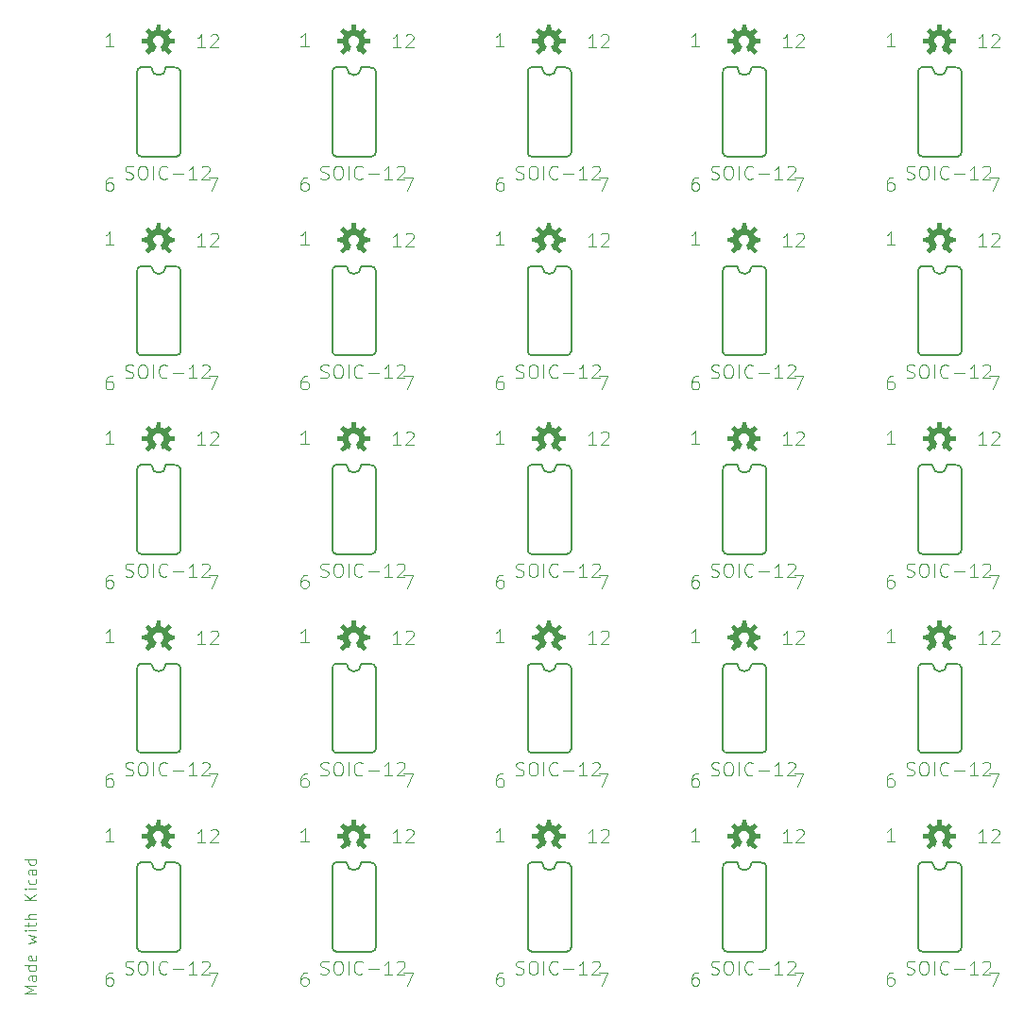
<source format=gbr>
G04 #@! TF.GenerationSoftware,KiCad,Pcbnew,5.1.5-5.1.5*
G04 #@! TF.CreationDate,2020-06-01T10:48:51+10:00*
G04 #@! TF.ProjectId,SOIC12-TSSOP12_panelized,534f4943-3132-42d5-9453-534f5031325f,rev?*
G04 #@! TF.SameCoordinates,Original*
G04 #@! TF.FileFunction,Legend,Top*
G04 #@! TF.FilePolarity,Positive*
%FSLAX46Y46*%
G04 Gerber Fmt 4.6, Leading zero omitted, Abs format (unit mm)*
G04 Created by KiCad (PCBNEW 5.1.5-5.1.5) date 2020-06-01 10:48:51*
%MOMM*%
%LPD*%
G04 APERTURE LIST*
%ADD10C,0.100000*%
%ADD11C,0.101600*%
%ADD12C,0.203200*%
G04 APERTURE END LIST*
D10*
X137653478Y-184005514D02*
X136653478Y-184005514D01*
X137367764Y-183672181D01*
X136653478Y-183338848D01*
X137653478Y-183338848D01*
X137653478Y-182434086D02*
X137129669Y-182434086D01*
X137034431Y-182481705D01*
X136986812Y-182576943D01*
X136986812Y-182767419D01*
X137034431Y-182862657D01*
X137605859Y-182434086D02*
X137653478Y-182529324D01*
X137653478Y-182767419D01*
X137605859Y-182862657D01*
X137510621Y-182910276D01*
X137415383Y-182910276D01*
X137320145Y-182862657D01*
X137272526Y-182767419D01*
X137272526Y-182529324D01*
X137224907Y-182434086D01*
X137653478Y-181529324D02*
X136653478Y-181529324D01*
X137605859Y-181529324D02*
X137653478Y-181624562D01*
X137653478Y-181815038D01*
X137605859Y-181910276D01*
X137558240Y-181957895D01*
X137463002Y-182005514D01*
X137177288Y-182005514D01*
X137082050Y-181957895D01*
X137034431Y-181910276D01*
X136986812Y-181815038D01*
X136986812Y-181624562D01*
X137034431Y-181529324D01*
X137605859Y-180672181D02*
X137653478Y-180767419D01*
X137653478Y-180957895D01*
X137605859Y-181053133D01*
X137510621Y-181100752D01*
X137129669Y-181100752D01*
X137034431Y-181053133D01*
X136986812Y-180957895D01*
X136986812Y-180767419D01*
X137034431Y-180672181D01*
X137129669Y-180624562D01*
X137224907Y-180624562D01*
X137320145Y-181100752D01*
X136986812Y-179529324D02*
X137653478Y-179338848D01*
X137177288Y-179148371D01*
X137653478Y-178957895D01*
X136986812Y-178767419D01*
X137653478Y-178386467D02*
X136986812Y-178386467D01*
X136653478Y-178386467D02*
X136701098Y-178434086D01*
X136748717Y-178386467D01*
X136701098Y-178338848D01*
X136653478Y-178386467D01*
X136748717Y-178386467D01*
X136986812Y-178053133D02*
X136986812Y-177672181D01*
X136653478Y-177910276D02*
X137510621Y-177910276D01*
X137605859Y-177862657D01*
X137653478Y-177767419D01*
X137653478Y-177672181D01*
X137653478Y-177338848D02*
X136653478Y-177338848D01*
X137653478Y-176910276D02*
X137129669Y-176910276D01*
X137034431Y-176957895D01*
X136986812Y-177053133D01*
X136986812Y-177195990D01*
X137034431Y-177291229D01*
X137082050Y-177338848D01*
X137653478Y-175672181D02*
X136653478Y-175672181D01*
X137653478Y-175100752D02*
X137082050Y-175529324D01*
X136653478Y-175100752D02*
X137224907Y-175672181D01*
X137653478Y-174672181D02*
X136986812Y-174672181D01*
X136653478Y-174672181D02*
X136701098Y-174719800D01*
X136748717Y-174672181D01*
X136701098Y-174624562D01*
X136653478Y-174672181D01*
X136748717Y-174672181D01*
X137605859Y-173767419D02*
X137653478Y-173862657D01*
X137653478Y-174053133D01*
X137605859Y-174148371D01*
X137558240Y-174195990D01*
X137463002Y-174243610D01*
X137177288Y-174243610D01*
X137082050Y-174195990D01*
X137034431Y-174148371D01*
X136986812Y-174053133D01*
X136986812Y-173862657D01*
X137034431Y-173767419D01*
X137653478Y-172910276D02*
X137129669Y-172910276D01*
X137034431Y-172957895D01*
X136986812Y-173053133D01*
X136986812Y-173243610D01*
X137034431Y-173338848D01*
X137605859Y-172910276D02*
X137653478Y-173005514D01*
X137653478Y-173243610D01*
X137605859Y-173338848D01*
X137510621Y-173386467D01*
X137415383Y-173386467D01*
X137320145Y-173338848D01*
X137272526Y-173243610D01*
X137272526Y-173005514D01*
X137224907Y-172910276D01*
X137653478Y-172005514D02*
X136653478Y-172005514D01*
X137605859Y-172005514D02*
X137653478Y-172100752D01*
X137653478Y-172291229D01*
X137605859Y-172386467D01*
X137558240Y-172434086D01*
X137463002Y-172481705D01*
X137177288Y-172481705D01*
X137082050Y-172434086D01*
X137034431Y-172386467D01*
X136986812Y-172291229D01*
X136986812Y-172100752D01*
X137034431Y-172005514D01*
D11*
X222826386Y-170506155D02*
X222136957Y-170506155D01*
X222481671Y-170506155D02*
X222481671Y-169299655D01*
X222366767Y-169472012D01*
X222251862Y-169586917D01*
X222136957Y-169644369D01*
X223286005Y-169414560D02*
X223343457Y-169357108D01*
X223458362Y-169299655D01*
X223745624Y-169299655D01*
X223860528Y-169357108D01*
X223917981Y-169414560D01*
X223975433Y-169529465D01*
X223975433Y-169644369D01*
X223917981Y-169816727D01*
X223228552Y-170506155D01*
X223975433Y-170506155D01*
X222826386Y-152686153D02*
X222136957Y-152686153D01*
X222481671Y-152686153D02*
X222481671Y-151479653D01*
X222366767Y-151652010D01*
X222251862Y-151766915D01*
X222136957Y-151824367D01*
X223286005Y-151594558D02*
X223343457Y-151537106D01*
X223458362Y-151479653D01*
X223745624Y-151479653D01*
X223860528Y-151537106D01*
X223917981Y-151594558D01*
X223975433Y-151709463D01*
X223975433Y-151824367D01*
X223917981Y-151996725D01*
X223228552Y-152686153D01*
X223975433Y-152686153D01*
X222826386Y-134866151D02*
X222136957Y-134866151D01*
X222481671Y-134866151D02*
X222481671Y-133659651D01*
X222366767Y-133832008D01*
X222251862Y-133946913D01*
X222136957Y-134004365D01*
X223286005Y-133774556D02*
X223343457Y-133717104D01*
X223458362Y-133659651D01*
X223745624Y-133659651D01*
X223860528Y-133717104D01*
X223917981Y-133774556D01*
X223975433Y-133889461D01*
X223975433Y-134004365D01*
X223917981Y-134176723D01*
X223228552Y-134866151D01*
X223975433Y-134866151D01*
X222826386Y-117046149D02*
X222136957Y-117046149D01*
X222481671Y-117046149D02*
X222481671Y-115839649D01*
X222366767Y-116012006D01*
X222251862Y-116126911D01*
X222136957Y-116184363D01*
X223286005Y-115954554D02*
X223343457Y-115897102D01*
X223458362Y-115839649D01*
X223745624Y-115839649D01*
X223860528Y-115897102D01*
X223917981Y-115954554D01*
X223975433Y-116069459D01*
X223975433Y-116184363D01*
X223917981Y-116356721D01*
X223228552Y-117046149D01*
X223975433Y-117046149D01*
X222826386Y-99226147D02*
X222136957Y-99226147D01*
X222481671Y-99226147D02*
X222481671Y-98019647D01*
X222366767Y-98192004D01*
X222251862Y-98306909D01*
X222136957Y-98364361D01*
X223286005Y-98134552D02*
X223343457Y-98077100D01*
X223458362Y-98019647D01*
X223745624Y-98019647D01*
X223860528Y-98077100D01*
X223917981Y-98134552D01*
X223975433Y-98249457D01*
X223975433Y-98364361D01*
X223917981Y-98536719D01*
X223228552Y-99226147D01*
X223975433Y-99226147D01*
X205326384Y-170506155D02*
X204636955Y-170506155D01*
X204981669Y-170506155D02*
X204981669Y-169299655D01*
X204866765Y-169472012D01*
X204751860Y-169586917D01*
X204636955Y-169644369D01*
X205786003Y-169414560D02*
X205843455Y-169357108D01*
X205958360Y-169299655D01*
X206245622Y-169299655D01*
X206360526Y-169357108D01*
X206417979Y-169414560D01*
X206475431Y-169529465D01*
X206475431Y-169644369D01*
X206417979Y-169816727D01*
X205728550Y-170506155D01*
X206475431Y-170506155D01*
X205326384Y-152686153D02*
X204636955Y-152686153D01*
X204981669Y-152686153D02*
X204981669Y-151479653D01*
X204866765Y-151652010D01*
X204751860Y-151766915D01*
X204636955Y-151824367D01*
X205786003Y-151594558D02*
X205843455Y-151537106D01*
X205958360Y-151479653D01*
X206245622Y-151479653D01*
X206360526Y-151537106D01*
X206417979Y-151594558D01*
X206475431Y-151709463D01*
X206475431Y-151824367D01*
X206417979Y-151996725D01*
X205728550Y-152686153D01*
X206475431Y-152686153D01*
X205326384Y-134866151D02*
X204636955Y-134866151D01*
X204981669Y-134866151D02*
X204981669Y-133659651D01*
X204866765Y-133832008D01*
X204751860Y-133946913D01*
X204636955Y-134004365D01*
X205786003Y-133774556D02*
X205843455Y-133717104D01*
X205958360Y-133659651D01*
X206245622Y-133659651D01*
X206360526Y-133717104D01*
X206417979Y-133774556D01*
X206475431Y-133889461D01*
X206475431Y-134004365D01*
X206417979Y-134176723D01*
X205728550Y-134866151D01*
X206475431Y-134866151D01*
X205326384Y-117046149D02*
X204636955Y-117046149D01*
X204981669Y-117046149D02*
X204981669Y-115839649D01*
X204866765Y-116012006D01*
X204751860Y-116126911D01*
X204636955Y-116184363D01*
X205786003Y-115954554D02*
X205843455Y-115897102D01*
X205958360Y-115839649D01*
X206245622Y-115839649D01*
X206360526Y-115897102D01*
X206417979Y-115954554D01*
X206475431Y-116069459D01*
X206475431Y-116184363D01*
X206417979Y-116356721D01*
X205728550Y-117046149D01*
X206475431Y-117046149D01*
X205326384Y-99226147D02*
X204636955Y-99226147D01*
X204981669Y-99226147D02*
X204981669Y-98019647D01*
X204866765Y-98192004D01*
X204751860Y-98306909D01*
X204636955Y-98364361D01*
X205786003Y-98134552D02*
X205843455Y-98077100D01*
X205958360Y-98019647D01*
X206245622Y-98019647D01*
X206360526Y-98077100D01*
X206417979Y-98134552D01*
X206475431Y-98249457D01*
X206475431Y-98364361D01*
X206417979Y-98536719D01*
X205728550Y-99226147D01*
X206475431Y-99226147D01*
X187826382Y-170506155D02*
X187136953Y-170506155D01*
X187481667Y-170506155D02*
X187481667Y-169299655D01*
X187366763Y-169472012D01*
X187251858Y-169586917D01*
X187136953Y-169644369D01*
X188286001Y-169414560D02*
X188343453Y-169357108D01*
X188458358Y-169299655D01*
X188745620Y-169299655D01*
X188860524Y-169357108D01*
X188917977Y-169414560D01*
X188975429Y-169529465D01*
X188975429Y-169644369D01*
X188917977Y-169816727D01*
X188228548Y-170506155D01*
X188975429Y-170506155D01*
X187826382Y-152686153D02*
X187136953Y-152686153D01*
X187481667Y-152686153D02*
X187481667Y-151479653D01*
X187366763Y-151652010D01*
X187251858Y-151766915D01*
X187136953Y-151824367D01*
X188286001Y-151594558D02*
X188343453Y-151537106D01*
X188458358Y-151479653D01*
X188745620Y-151479653D01*
X188860524Y-151537106D01*
X188917977Y-151594558D01*
X188975429Y-151709463D01*
X188975429Y-151824367D01*
X188917977Y-151996725D01*
X188228548Y-152686153D01*
X188975429Y-152686153D01*
X187826382Y-134866151D02*
X187136953Y-134866151D01*
X187481667Y-134866151D02*
X187481667Y-133659651D01*
X187366763Y-133832008D01*
X187251858Y-133946913D01*
X187136953Y-134004365D01*
X188286001Y-133774556D02*
X188343453Y-133717104D01*
X188458358Y-133659651D01*
X188745620Y-133659651D01*
X188860524Y-133717104D01*
X188917977Y-133774556D01*
X188975429Y-133889461D01*
X188975429Y-134004365D01*
X188917977Y-134176723D01*
X188228548Y-134866151D01*
X188975429Y-134866151D01*
X187826382Y-117046149D02*
X187136953Y-117046149D01*
X187481667Y-117046149D02*
X187481667Y-115839649D01*
X187366763Y-116012006D01*
X187251858Y-116126911D01*
X187136953Y-116184363D01*
X188286001Y-115954554D02*
X188343453Y-115897102D01*
X188458358Y-115839649D01*
X188745620Y-115839649D01*
X188860524Y-115897102D01*
X188917977Y-115954554D01*
X188975429Y-116069459D01*
X188975429Y-116184363D01*
X188917977Y-116356721D01*
X188228548Y-117046149D01*
X188975429Y-117046149D01*
X187826382Y-99226147D02*
X187136953Y-99226147D01*
X187481667Y-99226147D02*
X187481667Y-98019647D01*
X187366763Y-98192004D01*
X187251858Y-98306909D01*
X187136953Y-98364361D01*
X188286001Y-98134552D02*
X188343453Y-98077100D01*
X188458358Y-98019647D01*
X188745620Y-98019647D01*
X188860524Y-98077100D01*
X188917977Y-98134552D01*
X188975429Y-98249457D01*
X188975429Y-98364361D01*
X188917977Y-98536719D01*
X188228548Y-99226147D01*
X188975429Y-99226147D01*
X170326380Y-170506155D02*
X169636951Y-170506155D01*
X169981665Y-170506155D02*
X169981665Y-169299655D01*
X169866761Y-169472012D01*
X169751856Y-169586917D01*
X169636951Y-169644369D01*
X170785999Y-169414560D02*
X170843451Y-169357108D01*
X170958356Y-169299655D01*
X171245618Y-169299655D01*
X171360522Y-169357108D01*
X171417975Y-169414560D01*
X171475427Y-169529465D01*
X171475427Y-169644369D01*
X171417975Y-169816727D01*
X170728546Y-170506155D01*
X171475427Y-170506155D01*
X170326380Y-152686153D02*
X169636951Y-152686153D01*
X169981665Y-152686153D02*
X169981665Y-151479653D01*
X169866761Y-151652010D01*
X169751856Y-151766915D01*
X169636951Y-151824367D01*
X170785999Y-151594558D02*
X170843451Y-151537106D01*
X170958356Y-151479653D01*
X171245618Y-151479653D01*
X171360522Y-151537106D01*
X171417975Y-151594558D01*
X171475427Y-151709463D01*
X171475427Y-151824367D01*
X171417975Y-151996725D01*
X170728546Y-152686153D01*
X171475427Y-152686153D01*
X170326380Y-134866151D02*
X169636951Y-134866151D01*
X169981665Y-134866151D02*
X169981665Y-133659651D01*
X169866761Y-133832008D01*
X169751856Y-133946913D01*
X169636951Y-134004365D01*
X170785999Y-133774556D02*
X170843451Y-133717104D01*
X170958356Y-133659651D01*
X171245618Y-133659651D01*
X171360522Y-133717104D01*
X171417975Y-133774556D01*
X171475427Y-133889461D01*
X171475427Y-134004365D01*
X171417975Y-134176723D01*
X170728546Y-134866151D01*
X171475427Y-134866151D01*
X170326380Y-117046149D02*
X169636951Y-117046149D01*
X169981665Y-117046149D02*
X169981665Y-115839649D01*
X169866761Y-116012006D01*
X169751856Y-116126911D01*
X169636951Y-116184363D01*
X170785999Y-115954554D02*
X170843451Y-115897102D01*
X170958356Y-115839649D01*
X171245618Y-115839649D01*
X171360522Y-115897102D01*
X171417975Y-115954554D01*
X171475427Y-116069459D01*
X171475427Y-116184363D01*
X171417975Y-116356721D01*
X170728546Y-117046149D01*
X171475427Y-117046149D01*
X170326380Y-99226147D02*
X169636951Y-99226147D01*
X169981665Y-99226147D02*
X169981665Y-98019647D01*
X169866761Y-98192004D01*
X169751856Y-98306909D01*
X169636951Y-98364361D01*
X170785999Y-98134552D02*
X170843451Y-98077100D01*
X170958356Y-98019647D01*
X171245618Y-98019647D01*
X171360522Y-98077100D01*
X171417975Y-98134552D01*
X171475427Y-98249457D01*
X171475427Y-98364361D01*
X171417975Y-98536719D01*
X170728546Y-99226147D01*
X171475427Y-99226147D01*
X152826378Y-170506155D02*
X152136949Y-170506155D01*
X152481663Y-170506155D02*
X152481663Y-169299655D01*
X152366759Y-169472012D01*
X152251854Y-169586917D01*
X152136949Y-169644369D01*
X153285997Y-169414560D02*
X153343449Y-169357108D01*
X153458354Y-169299655D01*
X153745616Y-169299655D01*
X153860520Y-169357108D01*
X153917973Y-169414560D01*
X153975425Y-169529465D01*
X153975425Y-169644369D01*
X153917973Y-169816727D01*
X153228544Y-170506155D01*
X153975425Y-170506155D01*
X152826378Y-152686153D02*
X152136949Y-152686153D01*
X152481663Y-152686153D02*
X152481663Y-151479653D01*
X152366759Y-151652010D01*
X152251854Y-151766915D01*
X152136949Y-151824367D01*
X153285997Y-151594558D02*
X153343449Y-151537106D01*
X153458354Y-151479653D01*
X153745616Y-151479653D01*
X153860520Y-151537106D01*
X153917973Y-151594558D01*
X153975425Y-151709463D01*
X153975425Y-151824367D01*
X153917973Y-151996725D01*
X153228544Y-152686153D01*
X153975425Y-152686153D01*
X152826378Y-134866151D02*
X152136949Y-134866151D01*
X152481663Y-134866151D02*
X152481663Y-133659651D01*
X152366759Y-133832008D01*
X152251854Y-133946913D01*
X152136949Y-134004365D01*
X153285997Y-133774556D02*
X153343449Y-133717104D01*
X153458354Y-133659651D01*
X153745616Y-133659651D01*
X153860520Y-133717104D01*
X153917973Y-133774556D01*
X153975425Y-133889461D01*
X153975425Y-134004365D01*
X153917973Y-134176723D01*
X153228544Y-134866151D01*
X153975425Y-134866151D01*
X152826378Y-117046149D02*
X152136949Y-117046149D01*
X152481663Y-117046149D02*
X152481663Y-115839649D01*
X152366759Y-116012006D01*
X152251854Y-116126911D01*
X152136949Y-116184363D01*
X153285997Y-115954554D02*
X153343449Y-115897102D01*
X153458354Y-115839649D01*
X153745616Y-115839649D01*
X153860520Y-115897102D01*
X153917973Y-115954554D01*
X153975425Y-116069459D01*
X153975425Y-116184363D01*
X153917973Y-116356721D01*
X153228544Y-117046149D01*
X153975425Y-117046149D01*
X223095505Y-182126655D02*
X223899838Y-182126655D01*
X223382767Y-183333155D01*
X223095505Y-164306653D02*
X223899838Y-164306653D01*
X223382767Y-165513153D01*
X223095505Y-146486651D02*
X223899838Y-146486651D01*
X223382767Y-147693151D01*
X223095505Y-128666649D02*
X223899838Y-128666649D01*
X223382767Y-129873149D01*
X223095505Y-110846647D02*
X223899838Y-110846647D01*
X223382767Y-112053147D01*
X205595503Y-182126655D02*
X206399836Y-182126655D01*
X205882765Y-183333155D01*
X205595503Y-164306653D02*
X206399836Y-164306653D01*
X205882765Y-165513153D01*
X205595503Y-146486651D02*
X206399836Y-146486651D01*
X205882765Y-147693151D01*
X205595503Y-128666649D02*
X206399836Y-128666649D01*
X205882765Y-129873149D01*
X205595503Y-110846647D02*
X206399836Y-110846647D01*
X205882765Y-112053147D01*
X188095501Y-182126655D02*
X188899834Y-182126655D01*
X188382763Y-183333155D01*
X188095501Y-164306653D02*
X188899834Y-164306653D01*
X188382763Y-165513153D01*
X188095501Y-146486651D02*
X188899834Y-146486651D01*
X188382763Y-147693151D01*
X188095501Y-128666649D02*
X188899834Y-128666649D01*
X188382763Y-129873149D01*
X188095501Y-110846647D02*
X188899834Y-110846647D01*
X188382763Y-112053147D01*
X170595499Y-182126655D02*
X171399832Y-182126655D01*
X170882761Y-183333155D01*
X170595499Y-164306653D02*
X171399832Y-164306653D01*
X170882761Y-165513153D01*
X170595499Y-146486651D02*
X171399832Y-146486651D01*
X170882761Y-147693151D01*
X170595499Y-128666649D02*
X171399832Y-128666649D01*
X170882761Y-129873149D01*
X170595499Y-110846647D02*
X171399832Y-110846647D01*
X170882761Y-112053147D01*
X153095497Y-182126655D02*
X153899830Y-182126655D01*
X153382759Y-183333155D01*
X153095497Y-164306653D02*
X153899830Y-164306653D01*
X153382759Y-165513153D01*
X153095497Y-146486651D02*
X153899830Y-146486651D01*
X153382759Y-147693151D01*
X153095497Y-128666649D02*
X153899830Y-128666649D01*
X153382759Y-129873149D01*
X214456481Y-182126655D02*
X214226671Y-182126655D01*
X214111767Y-182184108D01*
X214054314Y-182241560D01*
X213939409Y-182413917D01*
X213881957Y-182643727D01*
X213881957Y-183103346D01*
X213939409Y-183218250D01*
X213996862Y-183275703D01*
X214111767Y-183333155D01*
X214341576Y-183333155D01*
X214456481Y-183275703D01*
X214513933Y-183218250D01*
X214571386Y-183103346D01*
X214571386Y-182816084D01*
X214513933Y-182701179D01*
X214456481Y-182643727D01*
X214341576Y-182586274D01*
X214111767Y-182586274D01*
X213996862Y-182643727D01*
X213939409Y-182701179D01*
X213881957Y-182816084D01*
X214456481Y-164306653D02*
X214226671Y-164306653D01*
X214111767Y-164364106D01*
X214054314Y-164421558D01*
X213939409Y-164593915D01*
X213881957Y-164823725D01*
X213881957Y-165283344D01*
X213939409Y-165398248D01*
X213996862Y-165455701D01*
X214111767Y-165513153D01*
X214341576Y-165513153D01*
X214456481Y-165455701D01*
X214513933Y-165398248D01*
X214571386Y-165283344D01*
X214571386Y-164996082D01*
X214513933Y-164881177D01*
X214456481Y-164823725D01*
X214341576Y-164766272D01*
X214111767Y-164766272D01*
X213996862Y-164823725D01*
X213939409Y-164881177D01*
X213881957Y-164996082D01*
X214456481Y-146486651D02*
X214226671Y-146486651D01*
X214111767Y-146544104D01*
X214054314Y-146601556D01*
X213939409Y-146773913D01*
X213881957Y-147003723D01*
X213881957Y-147463342D01*
X213939409Y-147578246D01*
X213996862Y-147635699D01*
X214111767Y-147693151D01*
X214341576Y-147693151D01*
X214456481Y-147635699D01*
X214513933Y-147578246D01*
X214571386Y-147463342D01*
X214571386Y-147176080D01*
X214513933Y-147061175D01*
X214456481Y-147003723D01*
X214341576Y-146946270D01*
X214111767Y-146946270D01*
X213996862Y-147003723D01*
X213939409Y-147061175D01*
X213881957Y-147176080D01*
X214456481Y-128666649D02*
X214226671Y-128666649D01*
X214111767Y-128724102D01*
X214054314Y-128781554D01*
X213939409Y-128953911D01*
X213881957Y-129183721D01*
X213881957Y-129643340D01*
X213939409Y-129758244D01*
X213996862Y-129815697D01*
X214111767Y-129873149D01*
X214341576Y-129873149D01*
X214456481Y-129815697D01*
X214513933Y-129758244D01*
X214571386Y-129643340D01*
X214571386Y-129356078D01*
X214513933Y-129241173D01*
X214456481Y-129183721D01*
X214341576Y-129126268D01*
X214111767Y-129126268D01*
X213996862Y-129183721D01*
X213939409Y-129241173D01*
X213881957Y-129356078D01*
X214456481Y-110846647D02*
X214226671Y-110846647D01*
X214111767Y-110904100D01*
X214054314Y-110961552D01*
X213939409Y-111133909D01*
X213881957Y-111363719D01*
X213881957Y-111823338D01*
X213939409Y-111938242D01*
X213996862Y-111995695D01*
X214111767Y-112053147D01*
X214341576Y-112053147D01*
X214456481Y-111995695D01*
X214513933Y-111938242D01*
X214571386Y-111823338D01*
X214571386Y-111536076D01*
X214513933Y-111421171D01*
X214456481Y-111363719D01*
X214341576Y-111306266D01*
X214111767Y-111306266D01*
X213996862Y-111363719D01*
X213939409Y-111421171D01*
X213881957Y-111536076D01*
X196956479Y-182126655D02*
X196726669Y-182126655D01*
X196611765Y-182184108D01*
X196554312Y-182241560D01*
X196439407Y-182413917D01*
X196381955Y-182643727D01*
X196381955Y-183103346D01*
X196439407Y-183218250D01*
X196496860Y-183275703D01*
X196611765Y-183333155D01*
X196841574Y-183333155D01*
X196956479Y-183275703D01*
X197013931Y-183218250D01*
X197071384Y-183103346D01*
X197071384Y-182816084D01*
X197013931Y-182701179D01*
X196956479Y-182643727D01*
X196841574Y-182586274D01*
X196611765Y-182586274D01*
X196496860Y-182643727D01*
X196439407Y-182701179D01*
X196381955Y-182816084D01*
X196956479Y-164306653D02*
X196726669Y-164306653D01*
X196611765Y-164364106D01*
X196554312Y-164421558D01*
X196439407Y-164593915D01*
X196381955Y-164823725D01*
X196381955Y-165283344D01*
X196439407Y-165398248D01*
X196496860Y-165455701D01*
X196611765Y-165513153D01*
X196841574Y-165513153D01*
X196956479Y-165455701D01*
X197013931Y-165398248D01*
X197071384Y-165283344D01*
X197071384Y-164996082D01*
X197013931Y-164881177D01*
X196956479Y-164823725D01*
X196841574Y-164766272D01*
X196611765Y-164766272D01*
X196496860Y-164823725D01*
X196439407Y-164881177D01*
X196381955Y-164996082D01*
X196956479Y-146486651D02*
X196726669Y-146486651D01*
X196611765Y-146544104D01*
X196554312Y-146601556D01*
X196439407Y-146773913D01*
X196381955Y-147003723D01*
X196381955Y-147463342D01*
X196439407Y-147578246D01*
X196496860Y-147635699D01*
X196611765Y-147693151D01*
X196841574Y-147693151D01*
X196956479Y-147635699D01*
X197013931Y-147578246D01*
X197071384Y-147463342D01*
X197071384Y-147176080D01*
X197013931Y-147061175D01*
X196956479Y-147003723D01*
X196841574Y-146946270D01*
X196611765Y-146946270D01*
X196496860Y-147003723D01*
X196439407Y-147061175D01*
X196381955Y-147176080D01*
X196956479Y-128666649D02*
X196726669Y-128666649D01*
X196611765Y-128724102D01*
X196554312Y-128781554D01*
X196439407Y-128953911D01*
X196381955Y-129183721D01*
X196381955Y-129643340D01*
X196439407Y-129758244D01*
X196496860Y-129815697D01*
X196611765Y-129873149D01*
X196841574Y-129873149D01*
X196956479Y-129815697D01*
X197013931Y-129758244D01*
X197071384Y-129643340D01*
X197071384Y-129356078D01*
X197013931Y-129241173D01*
X196956479Y-129183721D01*
X196841574Y-129126268D01*
X196611765Y-129126268D01*
X196496860Y-129183721D01*
X196439407Y-129241173D01*
X196381955Y-129356078D01*
X196956479Y-110846647D02*
X196726669Y-110846647D01*
X196611765Y-110904100D01*
X196554312Y-110961552D01*
X196439407Y-111133909D01*
X196381955Y-111363719D01*
X196381955Y-111823338D01*
X196439407Y-111938242D01*
X196496860Y-111995695D01*
X196611765Y-112053147D01*
X196841574Y-112053147D01*
X196956479Y-111995695D01*
X197013931Y-111938242D01*
X197071384Y-111823338D01*
X197071384Y-111536076D01*
X197013931Y-111421171D01*
X196956479Y-111363719D01*
X196841574Y-111306266D01*
X196611765Y-111306266D01*
X196496860Y-111363719D01*
X196439407Y-111421171D01*
X196381955Y-111536076D01*
X179456477Y-182126655D02*
X179226667Y-182126655D01*
X179111763Y-182184108D01*
X179054310Y-182241560D01*
X178939405Y-182413917D01*
X178881953Y-182643727D01*
X178881953Y-183103346D01*
X178939405Y-183218250D01*
X178996858Y-183275703D01*
X179111763Y-183333155D01*
X179341572Y-183333155D01*
X179456477Y-183275703D01*
X179513929Y-183218250D01*
X179571382Y-183103346D01*
X179571382Y-182816084D01*
X179513929Y-182701179D01*
X179456477Y-182643727D01*
X179341572Y-182586274D01*
X179111763Y-182586274D01*
X178996858Y-182643727D01*
X178939405Y-182701179D01*
X178881953Y-182816084D01*
X179456477Y-164306653D02*
X179226667Y-164306653D01*
X179111763Y-164364106D01*
X179054310Y-164421558D01*
X178939405Y-164593915D01*
X178881953Y-164823725D01*
X178881953Y-165283344D01*
X178939405Y-165398248D01*
X178996858Y-165455701D01*
X179111763Y-165513153D01*
X179341572Y-165513153D01*
X179456477Y-165455701D01*
X179513929Y-165398248D01*
X179571382Y-165283344D01*
X179571382Y-164996082D01*
X179513929Y-164881177D01*
X179456477Y-164823725D01*
X179341572Y-164766272D01*
X179111763Y-164766272D01*
X178996858Y-164823725D01*
X178939405Y-164881177D01*
X178881953Y-164996082D01*
X179456477Y-146486651D02*
X179226667Y-146486651D01*
X179111763Y-146544104D01*
X179054310Y-146601556D01*
X178939405Y-146773913D01*
X178881953Y-147003723D01*
X178881953Y-147463342D01*
X178939405Y-147578246D01*
X178996858Y-147635699D01*
X179111763Y-147693151D01*
X179341572Y-147693151D01*
X179456477Y-147635699D01*
X179513929Y-147578246D01*
X179571382Y-147463342D01*
X179571382Y-147176080D01*
X179513929Y-147061175D01*
X179456477Y-147003723D01*
X179341572Y-146946270D01*
X179111763Y-146946270D01*
X178996858Y-147003723D01*
X178939405Y-147061175D01*
X178881953Y-147176080D01*
X179456477Y-128666649D02*
X179226667Y-128666649D01*
X179111763Y-128724102D01*
X179054310Y-128781554D01*
X178939405Y-128953911D01*
X178881953Y-129183721D01*
X178881953Y-129643340D01*
X178939405Y-129758244D01*
X178996858Y-129815697D01*
X179111763Y-129873149D01*
X179341572Y-129873149D01*
X179456477Y-129815697D01*
X179513929Y-129758244D01*
X179571382Y-129643340D01*
X179571382Y-129356078D01*
X179513929Y-129241173D01*
X179456477Y-129183721D01*
X179341572Y-129126268D01*
X179111763Y-129126268D01*
X178996858Y-129183721D01*
X178939405Y-129241173D01*
X178881953Y-129356078D01*
X179456477Y-110846647D02*
X179226667Y-110846647D01*
X179111763Y-110904100D01*
X179054310Y-110961552D01*
X178939405Y-111133909D01*
X178881953Y-111363719D01*
X178881953Y-111823338D01*
X178939405Y-111938242D01*
X178996858Y-111995695D01*
X179111763Y-112053147D01*
X179341572Y-112053147D01*
X179456477Y-111995695D01*
X179513929Y-111938242D01*
X179571382Y-111823338D01*
X179571382Y-111536076D01*
X179513929Y-111421171D01*
X179456477Y-111363719D01*
X179341572Y-111306266D01*
X179111763Y-111306266D01*
X178996858Y-111363719D01*
X178939405Y-111421171D01*
X178881953Y-111536076D01*
X161956475Y-182126655D02*
X161726665Y-182126655D01*
X161611761Y-182184108D01*
X161554308Y-182241560D01*
X161439403Y-182413917D01*
X161381951Y-182643727D01*
X161381951Y-183103346D01*
X161439403Y-183218250D01*
X161496856Y-183275703D01*
X161611761Y-183333155D01*
X161841570Y-183333155D01*
X161956475Y-183275703D01*
X162013927Y-183218250D01*
X162071380Y-183103346D01*
X162071380Y-182816084D01*
X162013927Y-182701179D01*
X161956475Y-182643727D01*
X161841570Y-182586274D01*
X161611761Y-182586274D01*
X161496856Y-182643727D01*
X161439403Y-182701179D01*
X161381951Y-182816084D01*
X161956475Y-164306653D02*
X161726665Y-164306653D01*
X161611761Y-164364106D01*
X161554308Y-164421558D01*
X161439403Y-164593915D01*
X161381951Y-164823725D01*
X161381951Y-165283344D01*
X161439403Y-165398248D01*
X161496856Y-165455701D01*
X161611761Y-165513153D01*
X161841570Y-165513153D01*
X161956475Y-165455701D01*
X162013927Y-165398248D01*
X162071380Y-165283344D01*
X162071380Y-164996082D01*
X162013927Y-164881177D01*
X161956475Y-164823725D01*
X161841570Y-164766272D01*
X161611761Y-164766272D01*
X161496856Y-164823725D01*
X161439403Y-164881177D01*
X161381951Y-164996082D01*
X161956475Y-146486651D02*
X161726665Y-146486651D01*
X161611761Y-146544104D01*
X161554308Y-146601556D01*
X161439403Y-146773913D01*
X161381951Y-147003723D01*
X161381951Y-147463342D01*
X161439403Y-147578246D01*
X161496856Y-147635699D01*
X161611761Y-147693151D01*
X161841570Y-147693151D01*
X161956475Y-147635699D01*
X162013927Y-147578246D01*
X162071380Y-147463342D01*
X162071380Y-147176080D01*
X162013927Y-147061175D01*
X161956475Y-147003723D01*
X161841570Y-146946270D01*
X161611761Y-146946270D01*
X161496856Y-147003723D01*
X161439403Y-147061175D01*
X161381951Y-147176080D01*
X161956475Y-128666649D02*
X161726665Y-128666649D01*
X161611761Y-128724102D01*
X161554308Y-128781554D01*
X161439403Y-128953911D01*
X161381951Y-129183721D01*
X161381951Y-129643340D01*
X161439403Y-129758244D01*
X161496856Y-129815697D01*
X161611761Y-129873149D01*
X161841570Y-129873149D01*
X161956475Y-129815697D01*
X162013927Y-129758244D01*
X162071380Y-129643340D01*
X162071380Y-129356078D01*
X162013927Y-129241173D01*
X161956475Y-129183721D01*
X161841570Y-129126268D01*
X161611761Y-129126268D01*
X161496856Y-129183721D01*
X161439403Y-129241173D01*
X161381951Y-129356078D01*
X161956475Y-110846647D02*
X161726665Y-110846647D01*
X161611761Y-110904100D01*
X161554308Y-110961552D01*
X161439403Y-111133909D01*
X161381951Y-111363719D01*
X161381951Y-111823338D01*
X161439403Y-111938242D01*
X161496856Y-111995695D01*
X161611761Y-112053147D01*
X161841570Y-112053147D01*
X161956475Y-111995695D01*
X162013927Y-111938242D01*
X162071380Y-111823338D01*
X162071380Y-111536076D01*
X162013927Y-111421171D01*
X161956475Y-111363719D01*
X161841570Y-111306266D01*
X161611761Y-111306266D01*
X161496856Y-111363719D01*
X161439403Y-111421171D01*
X161381951Y-111536076D01*
X144456473Y-182126655D02*
X144226663Y-182126655D01*
X144111759Y-182184108D01*
X144054306Y-182241560D01*
X143939401Y-182413917D01*
X143881949Y-182643727D01*
X143881949Y-183103346D01*
X143939401Y-183218250D01*
X143996854Y-183275703D01*
X144111759Y-183333155D01*
X144341568Y-183333155D01*
X144456473Y-183275703D01*
X144513925Y-183218250D01*
X144571378Y-183103346D01*
X144571378Y-182816084D01*
X144513925Y-182701179D01*
X144456473Y-182643727D01*
X144341568Y-182586274D01*
X144111759Y-182586274D01*
X143996854Y-182643727D01*
X143939401Y-182701179D01*
X143881949Y-182816084D01*
X144456473Y-164306653D02*
X144226663Y-164306653D01*
X144111759Y-164364106D01*
X144054306Y-164421558D01*
X143939401Y-164593915D01*
X143881949Y-164823725D01*
X143881949Y-165283344D01*
X143939401Y-165398248D01*
X143996854Y-165455701D01*
X144111759Y-165513153D01*
X144341568Y-165513153D01*
X144456473Y-165455701D01*
X144513925Y-165398248D01*
X144571378Y-165283344D01*
X144571378Y-164996082D01*
X144513925Y-164881177D01*
X144456473Y-164823725D01*
X144341568Y-164766272D01*
X144111759Y-164766272D01*
X143996854Y-164823725D01*
X143939401Y-164881177D01*
X143881949Y-164996082D01*
X144456473Y-146486651D02*
X144226663Y-146486651D01*
X144111759Y-146544104D01*
X144054306Y-146601556D01*
X143939401Y-146773913D01*
X143881949Y-147003723D01*
X143881949Y-147463342D01*
X143939401Y-147578246D01*
X143996854Y-147635699D01*
X144111759Y-147693151D01*
X144341568Y-147693151D01*
X144456473Y-147635699D01*
X144513925Y-147578246D01*
X144571378Y-147463342D01*
X144571378Y-147176080D01*
X144513925Y-147061175D01*
X144456473Y-147003723D01*
X144341568Y-146946270D01*
X144111759Y-146946270D01*
X143996854Y-147003723D01*
X143939401Y-147061175D01*
X143881949Y-147176080D01*
X144456473Y-128666649D02*
X144226663Y-128666649D01*
X144111759Y-128724102D01*
X144054306Y-128781554D01*
X143939401Y-128953911D01*
X143881949Y-129183721D01*
X143881949Y-129643340D01*
X143939401Y-129758244D01*
X143996854Y-129815697D01*
X144111759Y-129873149D01*
X144341568Y-129873149D01*
X144456473Y-129815697D01*
X144513925Y-129758244D01*
X144571378Y-129643340D01*
X144571378Y-129356078D01*
X144513925Y-129241173D01*
X144456473Y-129183721D01*
X144341568Y-129126268D01*
X144111759Y-129126268D01*
X143996854Y-129183721D01*
X143939401Y-129241173D01*
X143881949Y-129356078D01*
X214571386Y-170379155D02*
X213881957Y-170379155D01*
X214226671Y-170379155D02*
X214226671Y-169172655D01*
X214111767Y-169345012D01*
X213996862Y-169459917D01*
X213881957Y-169517369D01*
X214571386Y-152559153D02*
X213881957Y-152559153D01*
X214226671Y-152559153D02*
X214226671Y-151352653D01*
X214111767Y-151525010D01*
X213996862Y-151639915D01*
X213881957Y-151697367D01*
X214571386Y-134739151D02*
X213881957Y-134739151D01*
X214226671Y-134739151D02*
X214226671Y-133532651D01*
X214111767Y-133705008D01*
X213996862Y-133819913D01*
X213881957Y-133877365D01*
X214571386Y-116919149D02*
X213881957Y-116919149D01*
X214226671Y-116919149D02*
X214226671Y-115712649D01*
X214111767Y-115885006D01*
X213996862Y-115999911D01*
X213881957Y-116057363D01*
X214571386Y-99099147D02*
X213881957Y-99099147D01*
X214226671Y-99099147D02*
X214226671Y-97892647D01*
X214111767Y-98065004D01*
X213996862Y-98179909D01*
X213881957Y-98237361D01*
X197071384Y-170379155D02*
X196381955Y-170379155D01*
X196726669Y-170379155D02*
X196726669Y-169172655D01*
X196611765Y-169345012D01*
X196496860Y-169459917D01*
X196381955Y-169517369D01*
X197071384Y-152559153D02*
X196381955Y-152559153D01*
X196726669Y-152559153D02*
X196726669Y-151352653D01*
X196611765Y-151525010D01*
X196496860Y-151639915D01*
X196381955Y-151697367D01*
X197071384Y-134739151D02*
X196381955Y-134739151D01*
X196726669Y-134739151D02*
X196726669Y-133532651D01*
X196611765Y-133705008D01*
X196496860Y-133819913D01*
X196381955Y-133877365D01*
X197071384Y-116919149D02*
X196381955Y-116919149D01*
X196726669Y-116919149D02*
X196726669Y-115712649D01*
X196611765Y-115885006D01*
X196496860Y-115999911D01*
X196381955Y-116057363D01*
X197071384Y-99099147D02*
X196381955Y-99099147D01*
X196726669Y-99099147D02*
X196726669Y-97892647D01*
X196611765Y-98065004D01*
X196496860Y-98179909D01*
X196381955Y-98237361D01*
X179571382Y-170379155D02*
X178881953Y-170379155D01*
X179226667Y-170379155D02*
X179226667Y-169172655D01*
X179111763Y-169345012D01*
X178996858Y-169459917D01*
X178881953Y-169517369D01*
X179571382Y-152559153D02*
X178881953Y-152559153D01*
X179226667Y-152559153D02*
X179226667Y-151352653D01*
X179111763Y-151525010D01*
X178996858Y-151639915D01*
X178881953Y-151697367D01*
X179571382Y-134739151D02*
X178881953Y-134739151D01*
X179226667Y-134739151D02*
X179226667Y-133532651D01*
X179111763Y-133705008D01*
X178996858Y-133819913D01*
X178881953Y-133877365D01*
X179571382Y-116919149D02*
X178881953Y-116919149D01*
X179226667Y-116919149D02*
X179226667Y-115712649D01*
X179111763Y-115885006D01*
X178996858Y-115999911D01*
X178881953Y-116057363D01*
X179571382Y-99099147D02*
X178881953Y-99099147D01*
X179226667Y-99099147D02*
X179226667Y-97892647D01*
X179111763Y-98065004D01*
X178996858Y-98179909D01*
X178881953Y-98237361D01*
X162071380Y-170379155D02*
X161381951Y-170379155D01*
X161726665Y-170379155D02*
X161726665Y-169172655D01*
X161611761Y-169345012D01*
X161496856Y-169459917D01*
X161381951Y-169517369D01*
X162071380Y-152559153D02*
X161381951Y-152559153D01*
X161726665Y-152559153D02*
X161726665Y-151352653D01*
X161611761Y-151525010D01*
X161496856Y-151639915D01*
X161381951Y-151697367D01*
X162071380Y-134739151D02*
X161381951Y-134739151D01*
X161726665Y-134739151D02*
X161726665Y-133532651D01*
X161611761Y-133705008D01*
X161496856Y-133819913D01*
X161381951Y-133877365D01*
X162071380Y-116919149D02*
X161381951Y-116919149D01*
X161726665Y-116919149D02*
X161726665Y-115712649D01*
X161611761Y-115885006D01*
X161496856Y-115999911D01*
X161381951Y-116057363D01*
X162071380Y-99099147D02*
X161381951Y-99099147D01*
X161726665Y-99099147D02*
X161726665Y-97892647D01*
X161611761Y-98065004D01*
X161496856Y-98179909D01*
X161381951Y-98237361D01*
X144571378Y-170379155D02*
X143881949Y-170379155D01*
X144226663Y-170379155D02*
X144226663Y-169172655D01*
X144111759Y-169345012D01*
X143996854Y-169459917D01*
X143881949Y-169517369D01*
X144571378Y-152559153D02*
X143881949Y-152559153D01*
X144226663Y-152559153D02*
X144226663Y-151352653D01*
X144111759Y-151525010D01*
X143996854Y-151639915D01*
X143881949Y-151697367D01*
X144571378Y-134739151D02*
X143881949Y-134739151D01*
X144226663Y-134739151D02*
X144226663Y-133532651D01*
X144111759Y-133705008D01*
X143996854Y-133819913D01*
X143881949Y-133877365D01*
X144571378Y-116919149D02*
X143881949Y-116919149D01*
X144226663Y-116919149D02*
X144226663Y-115712649D01*
X144111759Y-115885006D01*
X143996854Y-115999911D01*
X143881949Y-116057363D01*
X215659957Y-182259703D02*
X215832314Y-182317155D01*
X216119576Y-182317155D01*
X216234481Y-182259703D01*
X216291933Y-182202250D01*
X216349386Y-182087346D01*
X216349386Y-181972441D01*
X216291933Y-181857536D01*
X216234481Y-181800084D01*
X216119576Y-181742631D01*
X215889767Y-181685179D01*
X215774862Y-181627727D01*
X215717409Y-181570274D01*
X215659957Y-181455369D01*
X215659957Y-181340465D01*
X215717409Y-181225560D01*
X215774862Y-181168108D01*
X215889767Y-181110655D01*
X216177028Y-181110655D01*
X216349386Y-181168108D01*
X217096267Y-181110655D02*
X217326076Y-181110655D01*
X217440981Y-181168108D01*
X217555886Y-181283012D01*
X217613338Y-181512822D01*
X217613338Y-181914988D01*
X217555886Y-182144798D01*
X217440981Y-182259703D01*
X217326076Y-182317155D01*
X217096267Y-182317155D01*
X216981362Y-182259703D01*
X216866457Y-182144798D01*
X216809005Y-181914988D01*
X216809005Y-181512822D01*
X216866457Y-181283012D01*
X216981362Y-181168108D01*
X217096267Y-181110655D01*
X218130409Y-182317155D02*
X218130409Y-181110655D01*
X219394362Y-182202250D02*
X219336909Y-182259703D01*
X219164552Y-182317155D01*
X219049648Y-182317155D01*
X218877290Y-182259703D01*
X218762386Y-182144798D01*
X218704933Y-182029893D01*
X218647481Y-181800084D01*
X218647481Y-181627727D01*
X218704933Y-181397917D01*
X218762386Y-181283012D01*
X218877290Y-181168108D01*
X219049648Y-181110655D01*
X219164552Y-181110655D01*
X219336909Y-181168108D01*
X219394362Y-181225560D01*
X219911433Y-181857536D02*
X220830671Y-181857536D01*
X222037171Y-182317155D02*
X221347743Y-182317155D01*
X221692457Y-182317155D02*
X221692457Y-181110655D01*
X221577552Y-181283012D01*
X221462648Y-181397917D01*
X221347743Y-181455369D01*
X222496790Y-181225560D02*
X222554243Y-181168108D01*
X222669148Y-181110655D01*
X222956409Y-181110655D01*
X223071314Y-181168108D01*
X223128767Y-181225560D01*
X223186219Y-181340465D01*
X223186219Y-181455369D01*
X223128767Y-181627727D01*
X222439338Y-182317155D01*
X223186219Y-182317155D01*
X215659957Y-164439701D02*
X215832314Y-164497153D01*
X216119576Y-164497153D01*
X216234481Y-164439701D01*
X216291933Y-164382248D01*
X216349386Y-164267344D01*
X216349386Y-164152439D01*
X216291933Y-164037534D01*
X216234481Y-163980082D01*
X216119576Y-163922629D01*
X215889767Y-163865177D01*
X215774862Y-163807725D01*
X215717409Y-163750272D01*
X215659957Y-163635367D01*
X215659957Y-163520463D01*
X215717409Y-163405558D01*
X215774862Y-163348106D01*
X215889767Y-163290653D01*
X216177028Y-163290653D01*
X216349386Y-163348106D01*
X217096267Y-163290653D02*
X217326076Y-163290653D01*
X217440981Y-163348106D01*
X217555886Y-163463010D01*
X217613338Y-163692820D01*
X217613338Y-164094986D01*
X217555886Y-164324796D01*
X217440981Y-164439701D01*
X217326076Y-164497153D01*
X217096267Y-164497153D01*
X216981362Y-164439701D01*
X216866457Y-164324796D01*
X216809005Y-164094986D01*
X216809005Y-163692820D01*
X216866457Y-163463010D01*
X216981362Y-163348106D01*
X217096267Y-163290653D01*
X218130409Y-164497153D02*
X218130409Y-163290653D01*
X219394362Y-164382248D02*
X219336909Y-164439701D01*
X219164552Y-164497153D01*
X219049648Y-164497153D01*
X218877290Y-164439701D01*
X218762386Y-164324796D01*
X218704933Y-164209891D01*
X218647481Y-163980082D01*
X218647481Y-163807725D01*
X218704933Y-163577915D01*
X218762386Y-163463010D01*
X218877290Y-163348106D01*
X219049648Y-163290653D01*
X219164552Y-163290653D01*
X219336909Y-163348106D01*
X219394362Y-163405558D01*
X219911433Y-164037534D02*
X220830671Y-164037534D01*
X222037171Y-164497153D02*
X221347743Y-164497153D01*
X221692457Y-164497153D02*
X221692457Y-163290653D01*
X221577552Y-163463010D01*
X221462648Y-163577915D01*
X221347743Y-163635367D01*
X222496790Y-163405558D02*
X222554243Y-163348106D01*
X222669148Y-163290653D01*
X222956409Y-163290653D01*
X223071314Y-163348106D01*
X223128767Y-163405558D01*
X223186219Y-163520463D01*
X223186219Y-163635367D01*
X223128767Y-163807725D01*
X222439338Y-164497153D01*
X223186219Y-164497153D01*
X215659957Y-146619699D02*
X215832314Y-146677151D01*
X216119576Y-146677151D01*
X216234481Y-146619699D01*
X216291933Y-146562246D01*
X216349386Y-146447342D01*
X216349386Y-146332437D01*
X216291933Y-146217532D01*
X216234481Y-146160080D01*
X216119576Y-146102627D01*
X215889767Y-146045175D01*
X215774862Y-145987723D01*
X215717409Y-145930270D01*
X215659957Y-145815365D01*
X215659957Y-145700461D01*
X215717409Y-145585556D01*
X215774862Y-145528104D01*
X215889767Y-145470651D01*
X216177028Y-145470651D01*
X216349386Y-145528104D01*
X217096267Y-145470651D02*
X217326076Y-145470651D01*
X217440981Y-145528104D01*
X217555886Y-145643008D01*
X217613338Y-145872818D01*
X217613338Y-146274984D01*
X217555886Y-146504794D01*
X217440981Y-146619699D01*
X217326076Y-146677151D01*
X217096267Y-146677151D01*
X216981362Y-146619699D01*
X216866457Y-146504794D01*
X216809005Y-146274984D01*
X216809005Y-145872818D01*
X216866457Y-145643008D01*
X216981362Y-145528104D01*
X217096267Y-145470651D01*
X218130409Y-146677151D02*
X218130409Y-145470651D01*
X219394362Y-146562246D02*
X219336909Y-146619699D01*
X219164552Y-146677151D01*
X219049648Y-146677151D01*
X218877290Y-146619699D01*
X218762386Y-146504794D01*
X218704933Y-146389889D01*
X218647481Y-146160080D01*
X218647481Y-145987723D01*
X218704933Y-145757913D01*
X218762386Y-145643008D01*
X218877290Y-145528104D01*
X219049648Y-145470651D01*
X219164552Y-145470651D01*
X219336909Y-145528104D01*
X219394362Y-145585556D01*
X219911433Y-146217532D02*
X220830671Y-146217532D01*
X222037171Y-146677151D02*
X221347743Y-146677151D01*
X221692457Y-146677151D02*
X221692457Y-145470651D01*
X221577552Y-145643008D01*
X221462648Y-145757913D01*
X221347743Y-145815365D01*
X222496790Y-145585556D02*
X222554243Y-145528104D01*
X222669148Y-145470651D01*
X222956409Y-145470651D01*
X223071314Y-145528104D01*
X223128767Y-145585556D01*
X223186219Y-145700461D01*
X223186219Y-145815365D01*
X223128767Y-145987723D01*
X222439338Y-146677151D01*
X223186219Y-146677151D01*
X215659957Y-128799697D02*
X215832314Y-128857149D01*
X216119576Y-128857149D01*
X216234481Y-128799697D01*
X216291933Y-128742244D01*
X216349386Y-128627340D01*
X216349386Y-128512435D01*
X216291933Y-128397530D01*
X216234481Y-128340078D01*
X216119576Y-128282625D01*
X215889767Y-128225173D01*
X215774862Y-128167721D01*
X215717409Y-128110268D01*
X215659957Y-127995363D01*
X215659957Y-127880459D01*
X215717409Y-127765554D01*
X215774862Y-127708102D01*
X215889767Y-127650649D01*
X216177028Y-127650649D01*
X216349386Y-127708102D01*
X217096267Y-127650649D02*
X217326076Y-127650649D01*
X217440981Y-127708102D01*
X217555886Y-127823006D01*
X217613338Y-128052816D01*
X217613338Y-128454982D01*
X217555886Y-128684792D01*
X217440981Y-128799697D01*
X217326076Y-128857149D01*
X217096267Y-128857149D01*
X216981362Y-128799697D01*
X216866457Y-128684792D01*
X216809005Y-128454982D01*
X216809005Y-128052816D01*
X216866457Y-127823006D01*
X216981362Y-127708102D01*
X217096267Y-127650649D01*
X218130409Y-128857149D02*
X218130409Y-127650649D01*
X219394362Y-128742244D02*
X219336909Y-128799697D01*
X219164552Y-128857149D01*
X219049648Y-128857149D01*
X218877290Y-128799697D01*
X218762386Y-128684792D01*
X218704933Y-128569887D01*
X218647481Y-128340078D01*
X218647481Y-128167721D01*
X218704933Y-127937911D01*
X218762386Y-127823006D01*
X218877290Y-127708102D01*
X219049648Y-127650649D01*
X219164552Y-127650649D01*
X219336909Y-127708102D01*
X219394362Y-127765554D01*
X219911433Y-128397530D02*
X220830671Y-128397530D01*
X222037171Y-128857149D02*
X221347743Y-128857149D01*
X221692457Y-128857149D02*
X221692457Y-127650649D01*
X221577552Y-127823006D01*
X221462648Y-127937911D01*
X221347743Y-127995363D01*
X222496790Y-127765554D02*
X222554243Y-127708102D01*
X222669148Y-127650649D01*
X222956409Y-127650649D01*
X223071314Y-127708102D01*
X223128767Y-127765554D01*
X223186219Y-127880459D01*
X223186219Y-127995363D01*
X223128767Y-128167721D01*
X222439338Y-128857149D01*
X223186219Y-128857149D01*
X215659957Y-110979695D02*
X215832314Y-111037147D01*
X216119576Y-111037147D01*
X216234481Y-110979695D01*
X216291933Y-110922242D01*
X216349386Y-110807338D01*
X216349386Y-110692433D01*
X216291933Y-110577528D01*
X216234481Y-110520076D01*
X216119576Y-110462623D01*
X215889767Y-110405171D01*
X215774862Y-110347719D01*
X215717409Y-110290266D01*
X215659957Y-110175361D01*
X215659957Y-110060457D01*
X215717409Y-109945552D01*
X215774862Y-109888100D01*
X215889767Y-109830647D01*
X216177028Y-109830647D01*
X216349386Y-109888100D01*
X217096267Y-109830647D02*
X217326076Y-109830647D01*
X217440981Y-109888100D01*
X217555886Y-110003004D01*
X217613338Y-110232814D01*
X217613338Y-110634980D01*
X217555886Y-110864790D01*
X217440981Y-110979695D01*
X217326076Y-111037147D01*
X217096267Y-111037147D01*
X216981362Y-110979695D01*
X216866457Y-110864790D01*
X216809005Y-110634980D01*
X216809005Y-110232814D01*
X216866457Y-110003004D01*
X216981362Y-109888100D01*
X217096267Y-109830647D01*
X218130409Y-111037147D02*
X218130409Y-109830647D01*
X219394362Y-110922242D02*
X219336909Y-110979695D01*
X219164552Y-111037147D01*
X219049648Y-111037147D01*
X218877290Y-110979695D01*
X218762386Y-110864790D01*
X218704933Y-110749885D01*
X218647481Y-110520076D01*
X218647481Y-110347719D01*
X218704933Y-110117909D01*
X218762386Y-110003004D01*
X218877290Y-109888100D01*
X219049648Y-109830647D01*
X219164552Y-109830647D01*
X219336909Y-109888100D01*
X219394362Y-109945552D01*
X219911433Y-110577528D02*
X220830671Y-110577528D01*
X222037171Y-111037147D02*
X221347743Y-111037147D01*
X221692457Y-111037147D02*
X221692457Y-109830647D01*
X221577552Y-110003004D01*
X221462648Y-110117909D01*
X221347743Y-110175361D01*
X222496790Y-109945552D02*
X222554243Y-109888100D01*
X222669148Y-109830647D01*
X222956409Y-109830647D01*
X223071314Y-109888100D01*
X223128767Y-109945552D01*
X223186219Y-110060457D01*
X223186219Y-110175361D01*
X223128767Y-110347719D01*
X222439338Y-111037147D01*
X223186219Y-111037147D01*
X198159955Y-182259703D02*
X198332312Y-182317155D01*
X198619574Y-182317155D01*
X198734479Y-182259703D01*
X198791931Y-182202250D01*
X198849384Y-182087346D01*
X198849384Y-181972441D01*
X198791931Y-181857536D01*
X198734479Y-181800084D01*
X198619574Y-181742631D01*
X198389765Y-181685179D01*
X198274860Y-181627727D01*
X198217407Y-181570274D01*
X198159955Y-181455369D01*
X198159955Y-181340465D01*
X198217407Y-181225560D01*
X198274860Y-181168108D01*
X198389765Y-181110655D01*
X198677026Y-181110655D01*
X198849384Y-181168108D01*
X199596265Y-181110655D02*
X199826074Y-181110655D01*
X199940979Y-181168108D01*
X200055884Y-181283012D01*
X200113336Y-181512822D01*
X200113336Y-181914988D01*
X200055884Y-182144798D01*
X199940979Y-182259703D01*
X199826074Y-182317155D01*
X199596265Y-182317155D01*
X199481360Y-182259703D01*
X199366455Y-182144798D01*
X199309003Y-181914988D01*
X199309003Y-181512822D01*
X199366455Y-181283012D01*
X199481360Y-181168108D01*
X199596265Y-181110655D01*
X200630407Y-182317155D02*
X200630407Y-181110655D01*
X201894360Y-182202250D02*
X201836907Y-182259703D01*
X201664550Y-182317155D01*
X201549646Y-182317155D01*
X201377288Y-182259703D01*
X201262384Y-182144798D01*
X201204931Y-182029893D01*
X201147479Y-181800084D01*
X201147479Y-181627727D01*
X201204931Y-181397917D01*
X201262384Y-181283012D01*
X201377288Y-181168108D01*
X201549646Y-181110655D01*
X201664550Y-181110655D01*
X201836907Y-181168108D01*
X201894360Y-181225560D01*
X202411431Y-181857536D02*
X203330669Y-181857536D01*
X204537169Y-182317155D02*
X203847741Y-182317155D01*
X204192455Y-182317155D02*
X204192455Y-181110655D01*
X204077550Y-181283012D01*
X203962646Y-181397917D01*
X203847741Y-181455369D01*
X204996788Y-181225560D02*
X205054241Y-181168108D01*
X205169146Y-181110655D01*
X205456407Y-181110655D01*
X205571312Y-181168108D01*
X205628765Y-181225560D01*
X205686217Y-181340465D01*
X205686217Y-181455369D01*
X205628765Y-181627727D01*
X204939336Y-182317155D01*
X205686217Y-182317155D01*
X198159955Y-164439701D02*
X198332312Y-164497153D01*
X198619574Y-164497153D01*
X198734479Y-164439701D01*
X198791931Y-164382248D01*
X198849384Y-164267344D01*
X198849384Y-164152439D01*
X198791931Y-164037534D01*
X198734479Y-163980082D01*
X198619574Y-163922629D01*
X198389765Y-163865177D01*
X198274860Y-163807725D01*
X198217407Y-163750272D01*
X198159955Y-163635367D01*
X198159955Y-163520463D01*
X198217407Y-163405558D01*
X198274860Y-163348106D01*
X198389765Y-163290653D01*
X198677026Y-163290653D01*
X198849384Y-163348106D01*
X199596265Y-163290653D02*
X199826074Y-163290653D01*
X199940979Y-163348106D01*
X200055884Y-163463010D01*
X200113336Y-163692820D01*
X200113336Y-164094986D01*
X200055884Y-164324796D01*
X199940979Y-164439701D01*
X199826074Y-164497153D01*
X199596265Y-164497153D01*
X199481360Y-164439701D01*
X199366455Y-164324796D01*
X199309003Y-164094986D01*
X199309003Y-163692820D01*
X199366455Y-163463010D01*
X199481360Y-163348106D01*
X199596265Y-163290653D01*
X200630407Y-164497153D02*
X200630407Y-163290653D01*
X201894360Y-164382248D02*
X201836907Y-164439701D01*
X201664550Y-164497153D01*
X201549646Y-164497153D01*
X201377288Y-164439701D01*
X201262384Y-164324796D01*
X201204931Y-164209891D01*
X201147479Y-163980082D01*
X201147479Y-163807725D01*
X201204931Y-163577915D01*
X201262384Y-163463010D01*
X201377288Y-163348106D01*
X201549646Y-163290653D01*
X201664550Y-163290653D01*
X201836907Y-163348106D01*
X201894360Y-163405558D01*
X202411431Y-164037534D02*
X203330669Y-164037534D01*
X204537169Y-164497153D02*
X203847741Y-164497153D01*
X204192455Y-164497153D02*
X204192455Y-163290653D01*
X204077550Y-163463010D01*
X203962646Y-163577915D01*
X203847741Y-163635367D01*
X204996788Y-163405558D02*
X205054241Y-163348106D01*
X205169146Y-163290653D01*
X205456407Y-163290653D01*
X205571312Y-163348106D01*
X205628765Y-163405558D01*
X205686217Y-163520463D01*
X205686217Y-163635367D01*
X205628765Y-163807725D01*
X204939336Y-164497153D01*
X205686217Y-164497153D01*
X198159955Y-146619699D02*
X198332312Y-146677151D01*
X198619574Y-146677151D01*
X198734479Y-146619699D01*
X198791931Y-146562246D01*
X198849384Y-146447342D01*
X198849384Y-146332437D01*
X198791931Y-146217532D01*
X198734479Y-146160080D01*
X198619574Y-146102627D01*
X198389765Y-146045175D01*
X198274860Y-145987723D01*
X198217407Y-145930270D01*
X198159955Y-145815365D01*
X198159955Y-145700461D01*
X198217407Y-145585556D01*
X198274860Y-145528104D01*
X198389765Y-145470651D01*
X198677026Y-145470651D01*
X198849384Y-145528104D01*
X199596265Y-145470651D02*
X199826074Y-145470651D01*
X199940979Y-145528104D01*
X200055884Y-145643008D01*
X200113336Y-145872818D01*
X200113336Y-146274984D01*
X200055884Y-146504794D01*
X199940979Y-146619699D01*
X199826074Y-146677151D01*
X199596265Y-146677151D01*
X199481360Y-146619699D01*
X199366455Y-146504794D01*
X199309003Y-146274984D01*
X199309003Y-145872818D01*
X199366455Y-145643008D01*
X199481360Y-145528104D01*
X199596265Y-145470651D01*
X200630407Y-146677151D02*
X200630407Y-145470651D01*
X201894360Y-146562246D02*
X201836907Y-146619699D01*
X201664550Y-146677151D01*
X201549646Y-146677151D01*
X201377288Y-146619699D01*
X201262384Y-146504794D01*
X201204931Y-146389889D01*
X201147479Y-146160080D01*
X201147479Y-145987723D01*
X201204931Y-145757913D01*
X201262384Y-145643008D01*
X201377288Y-145528104D01*
X201549646Y-145470651D01*
X201664550Y-145470651D01*
X201836907Y-145528104D01*
X201894360Y-145585556D01*
X202411431Y-146217532D02*
X203330669Y-146217532D01*
X204537169Y-146677151D02*
X203847741Y-146677151D01*
X204192455Y-146677151D02*
X204192455Y-145470651D01*
X204077550Y-145643008D01*
X203962646Y-145757913D01*
X203847741Y-145815365D01*
X204996788Y-145585556D02*
X205054241Y-145528104D01*
X205169146Y-145470651D01*
X205456407Y-145470651D01*
X205571312Y-145528104D01*
X205628765Y-145585556D01*
X205686217Y-145700461D01*
X205686217Y-145815365D01*
X205628765Y-145987723D01*
X204939336Y-146677151D01*
X205686217Y-146677151D01*
X198159955Y-128799697D02*
X198332312Y-128857149D01*
X198619574Y-128857149D01*
X198734479Y-128799697D01*
X198791931Y-128742244D01*
X198849384Y-128627340D01*
X198849384Y-128512435D01*
X198791931Y-128397530D01*
X198734479Y-128340078D01*
X198619574Y-128282625D01*
X198389765Y-128225173D01*
X198274860Y-128167721D01*
X198217407Y-128110268D01*
X198159955Y-127995363D01*
X198159955Y-127880459D01*
X198217407Y-127765554D01*
X198274860Y-127708102D01*
X198389765Y-127650649D01*
X198677026Y-127650649D01*
X198849384Y-127708102D01*
X199596265Y-127650649D02*
X199826074Y-127650649D01*
X199940979Y-127708102D01*
X200055884Y-127823006D01*
X200113336Y-128052816D01*
X200113336Y-128454982D01*
X200055884Y-128684792D01*
X199940979Y-128799697D01*
X199826074Y-128857149D01*
X199596265Y-128857149D01*
X199481360Y-128799697D01*
X199366455Y-128684792D01*
X199309003Y-128454982D01*
X199309003Y-128052816D01*
X199366455Y-127823006D01*
X199481360Y-127708102D01*
X199596265Y-127650649D01*
X200630407Y-128857149D02*
X200630407Y-127650649D01*
X201894360Y-128742244D02*
X201836907Y-128799697D01*
X201664550Y-128857149D01*
X201549646Y-128857149D01*
X201377288Y-128799697D01*
X201262384Y-128684792D01*
X201204931Y-128569887D01*
X201147479Y-128340078D01*
X201147479Y-128167721D01*
X201204931Y-127937911D01*
X201262384Y-127823006D01*
X201377288Y-127708102D01*
X201549646Y-127650649D01*
X201664550Y-127650649D01*
X201836907Y-127708102D01*
X201894360Y-127765554D01*
X202411431Y-128397530D02*
X203330669Y-128397530D01*
X204537169Y-128857149D02*
X203847741Y-128857149D01*
X204192455Y-128857149D02*
X204192455Y-127650649D01*
X204077550Y-127823006D01*
X203962646Y-127937911D01*
X203847741Y-127995363D01*
X204996788Y-127765554D02*
X205054241Y-127708102D01*
X205169146Y-127650649D01*
X205456407Y-127650649D01*
X205571312Y-127708102D01*
X205628765Y-127765554D01*
X205686217Y-127880459D01*
X205686217Y-127995363D01*
X205628765Y-128167721D01*
X204939336Y-128857149D01*
X205686217Y-128857149D01*
X198159955Y-110979695D02*
X198332312Y-111037147D01*
X198619574Y-111037147D01*
X198734479Y-110979695D01*
X198791931Y-110922242D01*
X198849384Y-110807338D01*
X198849384Y-110692433D01*
X198791931Y-110577528D01*
X198734479Y-110520076D01*
X198619574Y-110462623D01*
X198389765Y-110405171D01*
X198274860Y-110347719D01*
X198217407Y-110290266D01*
X198159955Y-110175361D01*
X198159955Y-110060457D01*
X198217407Y-109945552D01*
X198274860Y-109888100D01*
X198389765Y-109830647D01*
X198677026Y-109830647D01*
X198849384Y-109888100D01*
X199596265Y-109830647D02*
X199826074Y-109830647D01*
X199940979Y-109888100D01*
X200055884Y-110003004D01*
X200113336Y-110232814D01*
X200113336Y-110634980D01*
X200055884Y-110864790D01*
X199940979Y-110979695D01*
X199826074Y-111037147D01*
X199596265Y-111037147D01*
X199481360Y-110979695D01*
X199366455Y-110864790D01*
X199309003Y-110634980D01*
X199309003Y-110232814D01*
X199366455Y-110003004D01*
X199481360Y-109888100D01*
X199596265Y-109830647D01*
X200630407Y-111037147D02*
X200630407Y-109830647D01*
X201894360Y-110922242D02*
X201836907Y-110979695D01*
X201664550Y-111037147D01*
X201549646Y-111037147D01*
X201377288Y-110979695D01*
X201262384Y-110864790D01*
X201204931Y-110749885D01*
X201147479Y-110520076D01*
X201147479Y-110347719D01*
X201204931Y-110117909D01*
X201262384Y-110003004D01*
X201377288Y-109888100D01*
X201549646Y-109830647D01*
X201664550Y-109830647D01*
X201836907Y-109888100D01*
X201894360Y-109945552D01*
X202411431Y-110577528D02*
X203330669Y-110577528D01*
X204537169Y-111037147D02*
X203847741Y-111037147D01*
X204192455Y-111037147D02*
X204192455Y-109830647D01*
X204077550Y-110003004D01*
X203962646Y-110117909D01*
X203847741Y-110175361D01*
X204996788Y-109945552D02*
X205054241Y-109888100D01*
X205169146Y-109830647D01*
X205456407Y-109830647D01*
X205571312Y-109888100D01*
X205628765Y-109945552D01*
X205686217Y-110060457D01*
X205686217Y-110175361D01*
X205628765Y-110347719D01*
X204939336Y-111037147D01*
X205686217Y-111037147D01*
X180659953Y-182259703D02*
X180832310Y-182317155D01*
X181119572Y-182317155D01*
X181234477Y-182259703D01*
X181291929Y-182202250D01*
X181349382Y-182087346D01*
X181349382Y-181972441D01*
X181291929Y-181857536D01*
X181234477Y-181800084D01*
X181119572Y-181742631D01*
X180889763Y-181685179D01*
X180774858Y-181627727D01*
X180717405Y-181570274D01*
X180659953Y-181455369D01*
X180659953Y-181340465D01*
X180717405Y-181225560D01*
X180774858Y-181168108D01*
X180889763Y-181110655D01*
X181177024Y-181110655D01*
X181349382Y-181168108D01*
X182096263Y-181110655D02*
X182326072Y-181110655D01*
X182440977Y-181168108D01*
X182555882Y-181283012D01*
X182613334Y-181512822D01*
X182613334Y-181914988D01*
X182555882Y-182144798D01*
X182440977Y-182259703D01*
X182326072Y-182317155D01*
X182096263Y-182317155D01*
X181981358Y-182259703D01*
X181866453Y-182144798D01*
X181809001Y-181914988D01*
X181809001Y-181512822D01*
X181866453Y-181283012D01*
X181981358Y-181168108D01*
X182096263Y-181110655D01*
X183130405Y-182317155D02*
X183130405Y-181110655D01*
X184394358Y-182202250D02*
X184336905Y-182259703D01*
X184164548Y-182317155D01*
X184049644Y-182317155D01*
X183877286Y-182259703D01*
X183762382Y-182144798D01*
X183704929Y-182029893D01*
X183647477Y-181800084D01*
X183647477Y-181627727D01*
X183704929Y-181397917D01*
X183762382Y-181283012D01*
X183877286Y-181168108D01*
X184049644Y-181110655D01*
X184164548Y-181110655D01*
X184336905Y-181168108D01*
X184394358Y-181225560D01*
X184911429Y-181857536D02*
X185830667Y-181857536D01*
X187037167Y-182317155D02*
X186347739Y-182317155D01*
X186692453Y-182317155D02*
X186692453Y-181110655D01*
X186577548Y-181283012D01*
X186462644Y-181397917D01*
X186347739Y-181455369D01*
X187496786Y-181225560D02*
X187554239Y-181168108D01*
X187669144Y-181110655D01*
X187956405Y-181110655D01*
X188071310Y-181168108D01*
X188128763Y-181225560D01*
X188186215Y-181340465D01*
X188186215Y-181455369D01*
X188128763Y-181627727D01*
X187439334Y-182317155D01*
X188186215Y-182317155D01*
X180659953Y-164439701D02*
X180832310Y-164497153D01*
X181119572Y-164497153D01*
X181234477Y-164439701D01*
X181291929Y-164382248D01*
X181349382Y-164267344D01*
X181349382Y-164152439D01*
X181291929Y-164037534D01*
X181234477Y-163980082D01*
X181119572Y-163922629D01*
X180889763Y-163865177D01*
X180774858Y-163807725D01*
X180717405Y-163750272D01*
X180659953Y-163635367D01*
X180659953Y-163520463D01*
X180717405Y-163405558D01*
X180774858Y-163348106D01*
X180889763Y-163290653D01*
X181177024Y-163290653D01*
X181349382Y-163348106D01*
X182096263Y-163290653D02*
X182326072Y-163290653D01*
X182440977Y-163348106D01*
X182555882Y-163463010D01*
X182613334Y-163692820D01*
X182613334Y-164094986D01*
X182555882Y-164324796D01*
X182440977Y-164439701D01*
X182326072Y-164497153D01*
X182096263Y-164497153D01*
X181981358Y-164439701D01*
X181866453Y-164324796D01*
X181809001Y-164094986D01*
X181809001Y-163692820D01*
X181866453Y-163463010D01*
X181981358Y-163348106D01*
X182096263Y-163290653D01*
X183130405Y-164497153D02*
X183130405Y-163290653D01*
X184394358Y-164382248D02*
X184336905Y-164439701D01*
X184164548Y-164497153D01*
X184049644Y-164497153D01*
X183877286Y-164439701D01*
X183762382Y-164324796D01*
X183704929Y-164209891D01*
X183647477Y-163980082D01*
X183647477Y-163807725D01*
X183704929Y-163577915D01*
X183762382Y-163463010D01*
X183877286Y-163348106D01*
X184049644Y-163290653D01*
X184164548Y-163290653D01*
X184336905Y-163348106D01*
X184394358Y-163405558D01*
X184911429Y-164037534D02*
X185830667Y-164037534D01*
X187037167Y-164497153D02*
X186347739Y-164497153D01*
X186692453Y-164497153D02*
X186692453Y-163290653D01*
X186577548Y-163463010D01*
X186462644Y-163577915D01*
X186347739Y-163635367D01*
X187496786Y-163405558D02*
X187554239Y-163348106D01*
X187669144Y-163290653D01*
X187956405Y-163290653D01*
X188071310Y-163348106D01*
X188128763Y-163405558D01*
X188186215Y-163520463D01*
X188186215Y-163635367D01*
X188128763Y-163807725D01*
X187439334Y-164497153D01*
X188186215Y-164497153D01*
X180659953Y-146619699D02*
X180832310Y-146677151D01*
X181119572Y-146677151D01*
X181234477Y-146619699D01*
X181291929Y-146562246D01*
X181349382Y-146447342D01*
X181349382Y-146332437D01*
X181291929Y-146217532D01*
X181234477Y-146160080D01*
X181119572Y-146102627D01*
X180889763Y-146045175D01*
X180774858Y-145987723D01*
X180717405Y-145930270D01*
X180659953Y-145815365D01*
X180659953Y-145700461D01*
X180717405Y-145585556D01*
X180774858Y-145528104D01*
X180889763Y-145470651D01*
X181177024Y-145470651D01*
X181349382Y-145528104D01*
X182096263Y-145470651D02*
X182326072Y-145470651D01*
X182440977Y-145528104D01*
X182555882Y-145643008D01*
X182613334Y-145872818D01*
X182613334Y-146274984D01*
X182555882Y-146504794D01*
X182440977Y-146619699D01*
X182326072Y-146677151D01*
X182096263Y-146677151D01*
X181981358Y-146619699D01*
X181866453Y-146504794D01*
X181809001Y-146274984D01*
X181809001Y-145872818D01*
X181866453Y-145643008D01*
X181981358Y-145528104D01*
X182096263Y-145470651D01*
X183130405Y-146677151D02*
X183130405Y-145470651D01*
X184394358Y-146562246D02*
X184336905Y-146619699D01*
X184164548Y-146677151D01*
X184049644Y-146677151D01*
X183877286Y-146619699D01*
X183762382Y-146504794D01*
X183704929Y-146389889D01*
X183647477Y-146160080D01*
X183647477Y-145987723D01*
X183704929Y-145757913D01*
X183762382Y-145643008D01*
X183877286Y-145528104D01*
X184049644Y-145470651D01*
X184164548Y-145470651D01*
X184336905Y-145528104D01*
X184394358Y-145585556D01*
X184911429Y-146217532D02*
X185830667Y-146217532D01*
X187037167Y-146677151D02*
X186347739Y-146677151D01*
X186692453Y-146677151D02*
X186692453Y-145470651D01*
X186577548Y-145643008D01*
X186462644Y-145757913D01*
X186347739Y-145815365D01*
X187496786Y-145585556D02*
X187554239Y-145528104D01*
X187669144Y-145470651D01*
X187956405Y-145470651D01*
X188071310Y-145528104D01*
X188128763Y-145585556D01*
X188186215Y-145700461D01*
X188186215Y-145815365D01*
X188128763Y-145987723D01*
X187439334Y-146677151D01*
X188186215Y-146677151D01*
X180659953Y-128799697D02*
X180832310Y-128857149D01*
X181119572Y-128857149D01*
X181234477Y-128799697D01*
X181291929Y-128742244D01*
X181349382Y-128627340D01*
X181349382Y-128512435D01*
X181291929Y-128397530D01*
X181234477Y-128340078D01*
X181119572Y-128282625D01*
X180889763Y-128225173D01*
X180774858Y-128167721D01*
X180717405Y-128110268D01*
X180659953Y-127995363D01*
X180659953Y-127880459D01*
X180717405Y-127765554D01*
X180774858Y-127708102D01*
X180889763Y-127650649D01*
X181177024Y-127650649D01*
X181349382Y-127708102D01*
X182096263Y-127650649D02*
X182326072Y-127650649D01*
X182440977Y-127708102D01*
X182555882Y-127823006D01*
X182613334Y-128052816D01*
X182613334Y-128454982D01*
X182555882Y-128684792D01*
X182440977Y-128799697D01*
X182326072Y-128857149D01*
X182096263Y-128857149D01*
X181981358Y-128799697D01*
X181866453Y-128684792D01*
X181809001Y-128454982D01*
X181809001Y-128052816D01*
X181866453Y-127823006D01*
X181981358Y-127708102D01*
X182096263Y-127650649D01*
X183130405Y-128857149D02*
X183130405Y-127650649D01*
X184394358Y-128742244D02*
X184336905Y-128799697D01*
X184164548Y-128857149D01*
X184049644Y-128857149D01*
X183877286Y-128799697D01*
X183762382Y-128684792D01*
X183704929Y-128569887D01*
X183647477Y-128340078D01*
X183647477Y-128167721D01*
X183704929Y-127937911D01*
X183762382Y-127823006D01*
X183877286Y-127708102D01*
X184049644Y-127650649D01*
X184164548Y-127650649D01*
X184336905Y-127708102D01*
X184394358Y-127765554D01*
X184911429Y-128397530D02*
X185830667Y-128397530D01*
X187037167Y-128857149D02*
X186347739Y-128857149D01*
X186692453Y-128857149D02*
X186692453Y-127650649D01*
X186577548Y-127823006D01*
X186462644Y-127937911D01*
X186347739Y-127995363D01*
X187496786Y-127765554D02*
X187554239Y-127708102D01*
X187669144Y-127650649D01*
X187956405Y-127650649D01*
X188071310Y-127708102D01*
X188128763Y-127765554D01*
X188186215Y-127880459D01*
X188186215Y-127995363D01*
X188128763Y-128167721D01*
X187439334Y-128857149D01*
X188186215Y-128857149D01*
X180659953Y-110979695D02*
X180832310Y-111037147D01*
X181119572Y-111037147D01*
X181234477Y-110979695D01*
X181291929Y-110922242D01*
X181349382Y-110807338D01*
X181349382Y-110692433D01*
X181291929Y-110577528D01*
X181234477Y-110520076D01*
X181119572Y-110462623D01*
X180889763Y-110405171D01*
X180774858Y-110347719D01*
X180717405Y-110290266D01*
X180659953Y-110175361D01*
X180659953Y-110060457D01*
X180717405Y-109945552D01*
X180774858Y-109888100D01*
X180889763Y-109830647D01*
X181177024Y-109830647D01*
X181349382Y-109888100D01*
X182096263Y-109830647D02*
X182326072Y-109830647D01*
X182440977Y-109888100D01*
X182555882Y-110003004D01*
X182613334Y-110232814D01*
X182613334Y-110634980D01*
X182555882Y-110864790D01*
X182440977Y-110979695D01*
X182326072Y-111037147D01*
X182096263Y-111037147D01*
X181981358Y-110979695D01*
X181866453Y-110864790D01*
X181809001Y-110634980D01*
X181809001Y-110232814D01*
X181866453Y-110003004D01*
X181981358Y-109888100D01*
X182096263Y-109830647D01*
X183130405Y-111037147D02*
X183130405Y-109830647D01*
X184394358Y-110922242D02*
X184336905Y-110979695D01*
X184164548Y-111037147D01*
X184049644Y-111037147D01*
X183877286Y-110979695D01*
X183762382Y-110864790D01*
X183704929Y-110749885D01*
X183647477Y-110520076D01*
X183647477Y-110347719D01*
X183704929Y-110117909D01*
X183762382Y-110003004D01*
X183877286Y-109888100D01*
X184049644Y-109830647D01*
X184164548Y-109830647D01*
X184336905Y-109888100D01*
X184394358Y-109945552D01*
X184911429Y-110577528D02*
X185830667Y-110577528D01*
X187037167Y-111037147D02*
X186347739Y-111037147D01*
X186692453Y-111037147D02*
X186692453Y-109830647D01*
X186577548Y-110003004D01*
X186462644Y-110117909D01*
X186347739Y-110175361D01*
X187496786Y-109945552D02*
X187554239Y-109888100D01*
X187669144Y-109830647D01*
X187956405Y-109830647D01*
X188071310Y-109888100D01*
X188128763Y-109945552D01*
X188186215Y-110060457D01*
X188186215Y-110175361D01*
X188128763Y-110347719D01*
X187439334Y-111037147D01*
X188186215Y-111037147D01*
X163159951Y-182259703D02*
X163332308Y-182317155D01*
X163619570Y-182317155D01*
X163734475Y-182259703D01*
X163791927Y-182202250D01*
X163849380Y-182087346D01*
X163849380Y-181972441D01*
X163791927Y-181857536D01*
X163734475Y-181800084D01*
X163619570Y-181742631D01*
X163389761Y-181685179D01*
X163274856Y-181627727D01*
X163217403Y-181570274D01*
X163159951Y-181455369D01*
X163159951Y-181340465D01*
X163217403Y-181225560D01*
X163274856Y-181168108D01*
X163389761Y-181110655D01*
X163677022Y-181110655D01*
X163849380Y-181168108D01*
X164596261Y-181110655D02*
X164826070Y-181110655D01*
X164940975Y-181168108D01*
X165055880Y-181283012D01*
X165113332Y-181512822D01*
X165113332Y-181914988D01*
X165055880Y-182144798D01*
X164940975Y-182259703D01*
X164826070Y-182317155D01*
X164596261Y-182317155D01*
X164481356Y-182259703D01*
X164366451Y-182144798D01*
X164308999Y-181914988D01*
X164308999Y-181512822D01*
X164366451Y-181283012D01*
X164481356Y-181168108D01*
X164596261Y-181110655D01*
X165630403Y-182317155D02*
X165630403Y-181110655D01*
X166894356Y-182202250D02*
X166836903Y-182259703D01*
X166664546Y-182317155D01*
X166549642Y-182317155D01*
X166377284Y-182259703D01*
X166262380Y-182144798D01*
X166204927Y-182029893D01*
X166147475Y-181800084D01*
X166147475Y-181627727D01*
X166204927Y-181397917D01*
X166262380Y-181283012D01*
X166377284Y-181168108D01*
X166549642Y-181110655D01*
X166664546Y-181110655D01*
X166836903Y-181168108D01*
X166894356Y-181225560D01*
X167411427Y-181857536D02*
X168330665Y-181857536D01*
X169537165Y-182317155D02*
X168847737Y-182317155D01*
X169192451Y-182317155D02*
X169192451Y-181110655D01*
X169077546Y-181283012D01*
X168962642Y-181397917D01*
X168847737Y-181455369D01*
X169996784Y-181225560D02*
X170054237Y-181168108D01*
X170169142Y-181110655D01*
X170456403Y-181110655D01*
X170571308Y-181168108D01*
X170628761Y-181225560D01*
X170686213Y-181340465D01*
X170686213Y-181455369D01*
X170628761Y-181627727D01*
X169939332Y-182317155D01*
X170686213Y-182317155D01*
X163159951Y-164439701D02*
X163332308Y-164497153D01*
X163619570Y-164497153D01*
X163734475Y-164439701D01*
X163791927Y-164382248D01*
X163849380Y-164267344D01*
X163849380Y-164152439D01*
X163791927Y-164037534D01*
X163734475Y-163980082D01*
X163619570Y-163922629D01*
X163389761Y-163865177D01*
X163274856Y-163807725D01*
X163217403Y-163750272D01*
X163159951Y-163635367D01*
X163159951Y-163520463D01*
X163217403Y-163405558D01*
X163274856Y-163348106D01*
X163389761Y-163290653D01*
X163677022Y-163290653D01*
X163849380Y-163348106D01*
X164596261Y-163290653D02*
X164826070Y-163290653D01*
X164940975Y-163348106D01*
X165055880Y-163463010D01*
X165113332Y-163692820D01*
X165113332Y-164094986D01*
X165055880Y-164324796D01*
X164940975Y-164439701D01*
X164826070Y-164497153D01*
X164596261Y-164497153D01*
X164481356Y-164439701D01*
X164366451Y-164324796D01*
X164308999Y-164094986D01*
X164308999Y-163692820D01*
X164366451Y-163463010D01*
X164481356Y-163348106D01*
X164596261Y-163290653D01*
X165630403Y-164497153D02*
X165630403Y-163290653D01*
X166894356Y-164382248D02*
X166836903Y-164439701D01*
X166664546Y-164497153D01*
X166549642Y-164497153D01*
X166377284Y-164439701D01*
X166262380Y-164324796D01*
X166204927Y-164209891D01*
X166147475Y-163980082D01*
X166147475Y-163807725D01*
X166204927Y-163577915D01*
X166262380Y-163463010D01*
X166377284Y-163348106D01*
X166549642Y-163290653D01*
X166664546Y-163290653D01*
X166836903Y-163348106D01*
X166894356Y-163405558D01*
X167411427Y-164037534D02*
X168330665Y-164037534D01*
X169537165Y-164497153D02*
X168847737Y-164497153D01*
X169192451Y-164497153D02*
X169192451Y-163290653D01*
X169077546Y-163463010D01*
X168962642Y-163577915D01*
X168847737Y-163635367D01*
X169996784Y-163405558D02*
X170054237Y-163348106D01*
X170169142Y-163290653D01*
X170456403Y-163290653D01*
X170571308Y-163348106D01*
X170628761Y-163405558D01*
X170686213Y-163520463D01*
X170686213Y-163635367D01*
X170628761Y-163807725D01*
X169939332Y-164497153D01*
X170686213Y-164497153D01*
X163159951Y-146619699D02*
X163332308Y-146677151D01*
X163619570Y-146677151D01*
X163734475Y-146619699D01*
X163791927Y-146562246D01*
X163849380Y-146447342D01*
X163849380Y-146332437D01*
X163791927Y-146217532D01*
X163734475Y-146160080D01*
X163619570Y-146102627D01*
X163389761Y-146045175D01*
X163274856Y-145987723D01*
X163217403Y-145930270D01*
X163159951Y-145815365D01*
X163159951Y-145700461D01*
X163217403Y-145585556D01*
X163274856Y-145528104D01*
X163389761Y-145470651D01*
X163677022Y-145470651D01*
X163849380Y-145528104D01*
X164596261Y-145470651D02*
X164826070Y-145470651D01*
X164940975Y-145528104D01*
X165055880Y-145643008D01*
X165113332Y-145872818D01*
X165113332Y-146274984D01*
X165055880Y-146504794D01*
X164940975Y-146619699D01*
X164826070Y-146677151D01*
X164596261Y-146677151D01*
X164481356Y-146619699D01*
X164366451Y-146504794D01*
X164308999Y-146274984D01*
X164308999Y-145872818D01*
X164366451Y-145643008D01*
X164481356Y-145528104D01*
X164596261Y-145470651D01*
X165630403Y-146677151D02*
X165630403Y-145470651D01*
X166894356Y-146562246D02*
X166836903Y-146619699D01*
X166664546Y-146677151D01*
X166549642Y-146677151D01*
X166377284Y-146619699D01*
X166262380Y-146504794D01*
X166204927Y-146389889D01*
X166147475Y-146160080D01*
X166147475Y-145987723D01*
X166204927Y-145757913D01*
X166262380Y-145643008D01*
X166377284Y-145528104D01*
X166549642Y-145470651D01*
X166664546Y-145470651D01*
X166836903Y-145528104D01*
X166894356Y-145585556D01*
X167411427Y-146217532D02*
X168330665Y-146217532D01*
X169537165Y-146677151D02*
X168847737Y-146677151D01*
X169192451Y-146677151D02*
X169192451Y-145470651D01*
X169077546Y-145643008D01*
X168962642Y-145757913D01*
X168847737Y-145815365D01*
X169996784Y-145585556D02*
X170054237Y-145528104D01*
X170169142Y-145470651D01*
X170456403Y-145470651D01*
X170571308Y-145528104D01*
X170628761Y-145585556D01*
X170686213Y-145700461D01*
X170686213Y-145815365D01*
X170628761Y-145987723D01*
X169939332Y-146677151D01*
X170686213Y-146677151D01*
X163159951Y-128799697D02*
X163332308Y-128857149D01*
X163619570Y-128857149D01*
X163734475Y-128799697D01*
X163791927Y-128742244D01*
X163849380Y-128627340D01*
X163849380Y-128512435D01*
X163791927Y-128397530D01*
X163734475Y-128340078D01*
X163619570Y-128282625D01*
X163389761Y-128225173D01*
X163274856Y-128167721D01*
X163217403Y-128110268D01*
X163159951Y-127995363D01*
X163159951Y-127880459D01*
X163217403Y-127765554D01*
X163274856Y-127708102D01*
X163389761Y-127650649D01*
X163677022Y-127650649D01*
X163849380Y-127708102D01*
X164596261Y-127650649D02*
X164826070Y-127650649D01*
X164940975Y-127708102D01*
X165055880Y-127823006D01*
X165113332Y-128052816D01*
X165113332Y-128454982D01*
X165055880Y-128684792D01*
X164940975Y-128799697D01*
X164826070Y-128857149D01*
X164596261Y-128857149D01*
X164481356Y-128799697D01*
X164366451Y-128684792D01*
X164308999Y-128454982D01*
X164308999Y-128052816D01*
X164366451Y-127823006D01*
X164481356Y-127708102D01*
X164596261Y-127650649D01*
X165630403Y-128857149D02*
X165630403Y-127650649D01*
X166894356Y-128742244D02*
X166836903Y-128799697D01*
X166664546Y-128857149D01*
X166549642Y-128857149D01*
X166377284Y-128799697D01*
X166262380Y-128684792D01*
X166204927Y-128569887D01*
X166147475Y-128340078D01*
X166147475Y-128167721D01*
X166204927Y-127937911D01*
X166262380Y-127823006D01*
X166377284Y-127708102D01*
X166549642Y-127650649D01*
X166664546Y-127650649D01*
X166836903Y-127708102D01*
X166894356Y-127765554D01*
X167411427Y-128397530D02*
X168330665Y-128397530D01*
X169537165Y-128857149D02*
X168847737Y-128857149D01*
X169192451Y-128857149D02*
X169192451Y-127650649D01*
X169077546Y-127823006D01*
X168962642Y-127937911D01*
X168847737Y-127995363D01*
X169996784Y-127765554D02*
X170054237Y-127708102D01*
X170169142Y-127650649D01*
X170456403Y-127650649D01*
X170571308Y-127708102D01*
X170628761Y-127765554D01*
X170686213Y-127880459D01*
X170686213Y-127995363D01*
X170628761Y-128167721D01*
X169939332Y-128857149D01*
X170686213Y-128857149D01*
X163159951Y-110979695D02*
X163332308Y-111037147D01*
X163619570Y-111037147D01*
X163734475Y-110979695D01*
X163791927Y-110922242D01*
X163849380Y-110807338D01*
X163849380Y-110692433D01*
X163791927Y-110577528D01*
X163734475Y-110520076D01*
X163619570Y-110462623D01*
X163389761Y-110405171D01*
X163274856Y-110347719D01*
X163217403Y-110290266D01*
X163159951Y-110175361D01*
X163159951Y-110060457D01*
X163217403Y-109945552D01*
X163274856Y-109888100D01*
X163389761Y-109830647D01*
X163677022Y-109830647D01*
X163849380Y-109888100D01*
X164596261Y-109830647D02*
X164826070Y-109830647D01*
X164940975Y-109888100D01*
X165055880Y-110003004D01*
X165113332Y-110232814D01*
X165113332Y-110634980D01*
X165055880Y-110864790D01*
X164940975Y-110979695D01*
X164826070Y-111037147D01*
X164596261Y-111037147D01*
X164481356Y-110979695D01*
X164366451Y-110864790D01*
X164308999Y-110634980D01*
X164308999Y-110232814D01*
X164366451Y-110003004D01*
X164481356Y-109888100D01*
X164596261Y-109830647D01*
X165630403Y-111037147D02*
X165630403Y-109830647D01*
X166894356Y-110922242D02*
X166836903Y-110979695D01*
X166664546Y-111037147D01*
X166549642Y-111037147D01*
X166377284Y-110979695D01*
X166262380Y-110864790D01*
X166204927Y-110749885D01*
X166147475Y-110520076D01*
X166147475Y-110347719D01*
X166204927Y-110117909D01*
X166262380Y-110003004D01*
X166377284Y-109888100D01*
X166549642Y-109830647D01*
X166664546Y-109830647D01*
X166836903Y-109888100D01*
X166894356Y-109945552D01*
X167411427Y-110577528D02*
X168330665Y-110577528D01*
X169537165Y-111037147D02*
X168847737Y-111037147D01*
X169192451Y-111037147D02*
X169192451Y-109830647D01*
X169077546Y-110003004D01*
X168962642Y-110117909D01*
X168847737Y-110175361D01*
X169996784Y-109945552D02*
X170054237Y-109888100D01*
X170169142Y-109830647D01*
X170456403Y-109830647D01*
X170571308Y-109888100D01*
X170628761Y-109945552D01*
X170686213Y-110060457D01*
X170686213Y-110175361D01*
X170628761Y-110347719D01*
X169939332Y-111037147D01*
X170686213Y-111037147D01*
X145659949Y-182259703D02*
X145832306Y-182317155D01*
X146119568Y-182317155D01*
X146234473Y-182259703D01*
X146291925Y-182202250D01*
X146349378Y-182087346D01*
X146349378Y-181972441D01*
X146291925Y-181857536D01*
X146234473Y-181800084D01*
X146119568Y-181742631D01*
X145889759Y-181685179D01*
X145774854Y-181627727D01*
X145717401Y-181570274D01*
X145659949Y-181455369D01*
X145659949Y-181340465D01*
X145717401Y-181225560D01*
X145774854Y-181168108D01*
X145889759Y-181110655D01*
X146177020Y-181110655D01*
X146349378Y-181168108D01*
X147096259Y-181110655D02*
X147326068Y-181110655D01*
X147440973Y-181168108D01*
X147555878Y-181283012D01*
X147613330Y-181512822D01*
X147613330Y-181914988D01*
X147555878Y-182144798D01*
X147440973Y-182259703D01*
X147326068Y-182317155D01*
X147096259Y-182317155D01*
X146981354Y-182259703D01*
X146866449Y-182144798D01*
X146808997Y-181914988D01*
X146808997Y-181512822D01*
X146866449Y-181283012D01*
X146981354Y-181168108D01*
X147096259Y-181110655D01*
X148130401Y-182317155D02*
X148130401Y-181110655D01*
X149394354Y-182202250D02*
X149336901Y-182259703D01*
X149164544Y-182317155D01*
X149049640Y-182317155D01*
X148877282Y-182259703D01*
X148762378Y-182144798D01*
X148704925Y-182029893D01*
X148647473Y-181800084D01*
X148647473Y-181627727D01*
X148704925Y-181397917D01*
X148762378Y-181283012D01*
X148877282Y-181168108D01*
X149049640Y-181110655D01*
X149164544Y-181110655D01*
X149336901Y-181168108D01*
X149394354Y-181225560D01*
X149911425Y-181857536D02*
X150830663Y-181857536D01*
X152037163Y-182317155D02*
X151347735Y-182317155D01*
X151692449Y-182317155D02*
X151692449Y-181110655D01*
X151577544Y-181283012D01*
X151462640Y-181397917D01*
X151347735Y-181455369D01*
X152496782Y-181225560D02*
X152554235Y-181168108D01*
X152669140Y-181110655D01*
X152956401Y-181110655D01*
X153071306Y-181168108D01*
X153128759Y-181225560D01*
X153186211Y-181340465D01*
X153186211Y-181455369D01*
X153128759Y-181627727D01*
X152439330Y-182317155D01*
X153186211Y-182317155D01*
X145659949Y-164439701D02*
X145832306Y-164497153D01*
X146119568Y-164497153D01*
X146234473Y-164439701D01*
X146291925Y-164382248D01*
X146349378Y-164267344D01*
X146349378Y-164152439D01*
X146291925Y-164037534D01*
X146234473Y-163980082D01*
X146119568Y-163922629D01*
X145889759Y-163865177D01*
X145774854Y-163807725D01*
X145717401Y-163750272D01*
X145659949Y-163635367D01*
X145659949Y-163520463D01*
X145717401Y-163405558D01*
X145774854Y-163348106D01*
X145889759Y-163290653D01*
X146177020Y-163290653D01*
X146349378Y-163348106D01*
X147096259Y-163290653D02*
X147326068Y-163290653D01*
X147440973Y-163348106D01*
X147555878Y-163463010D01*
X147613330Y-163692820D01*
X147613330Y-164094986D01*
X147555878Y-164324796D01*
X147440973Y-164439701D01*
X147326068Y-164497153D01*
X147096259Y-164497153D01*
X146981354Y-164439701D01*
X146866449Y-164324796D01*
X146808997Y-164094986D01*
X146808997Y-163692820D01*
X146866449Y-163463010D01*
X146981354Y-163348106D01*
X147096259Y-163290653D01*
X148130401Y-164497153D02*
X148130401Y-163290653D01*
X149394354Y-164382248D02*
X149336901Y-164439701D01*
X149164544Y-164497153D01*
X149049640Y-164497153D01*
X148877282Y-164439701D01*
X148762378Y-164324796D01*
X148704925Y-164209891D01*
X148647473Y-163980082D01*
X148647473Y-163807725D01*
X148704925Y-163577915D01*
X148762378Y-163463010D01*
X148877282Y-163348106D01*
X149049640Y-163290653D01*
X149164544Y-163290653D01*
X149336901Y-163348106D01*
X149394354Y-163405558D01*
X149911425Y-164037534D02*
X150830663Y-164037534D01*
X152037163Y-164497153D02*
X151347735Y-164497153D01*
X151692449Y-164497153D02*
X151692449Y-163290653D01*
X151577544Y-163463010D01*
X151462640Y-163577915D01*
X151347735Y-163635367D01*
X152496782Y-163405558D02*
X152554235Y-163348106D01*
X152669140Y-163290653D01*
X152956401Y-163290653D01*
X153071306Y-163348106D01*
X153128759Y-163405558D01*
X153186211Y-163520463D01*
X153186211Y-163635367D01*
X153128759Y-163807725D01*
X152439330Y-164497153D01*
X153186211Y-164497153D01*
X145659949Y-146619699D02*
X145832306Y-146677151D01*
X146119568Y-146677151D01*
X146234473Y-146619699D01*
X146291925Y-146562246D01*
X146349378Y-146447342D01*
X146349378Y-146332437D01*
X146291925Y-146217532D01*
X146234473Y-146160080D01*
X146119568Y-146102627D01*
X145889759Y-146045175D01*
X145774854Y-145987723D01*
X145717401Y-145930270D01*
X145659949Y-145815365D01*
X145659949Y-145700461D01*
X145717401Y-145585556D01*
X145774854Y-145528104D01*
X145889759Y-145470651D01*
X146177020Y-145470651D01*
X146349378Y-145528104D01*
X147096259Y-145470651D02*
X147326068Y-145470651D01*
X147440973Y-145528104D01*
X147555878Y-145643008D01*
X147613330Y-145872818D01*
X147613330Y-146274984D01*
X147555878Y-146504794D01*
X147440973Y-146619699D01*
X147326068Y-146677151D01*
X147096259Y-146677151D01*
X146981354Y-146619699D01*
X146866449Y-146504794D01*
X146808997Y-146274984D01*
X146808997Y-145872818D01*
X146866449Y-145643008D01*
X146981354Y-145528104D01*
X147096259Y-145470651D01*
X148130401Y-146677151D02*
X148130401Y-145470651D01*
X149394354Y-146562246D02*
X149336901Y-146619699D01*
X149164544Y-146677151D01*
X149049640Y-146677151D01*
X148877282Y-146619699D01*
X148762378Y-146504794D01*
X148704925Y-146389889D01*
X148647473Y-146160080D01*
X148647473Y-145987723D01*
X148704925Y-145757913D01*
X148762378Y-145643008D01*
X148877282Y-145528104D01*
X149049640Y-145470651D01*
X149164544Y-145470651D01*
X149336901Y-145528104D01*
X149394354Y-145585556D01*
X149911425Y-146217532D02*
X150830663Y-146217532D01*
X152037163Y-146677151D02*
X151347735Y-146677151D01*
X151692449Y-146677151D02*
X151692449Y-145470651D01*
X151577544Y-145643008D01*
X151462640Y-145757913D01*
X151347735Y-145815365D01*
X152496782Y-145585556D02*
X152554235Y-145528104D01*
X152669140Y-145470651D01*
X152956401Y-145470651D01*
X153071306Y-145528104D01*
X153128759Y-145585556D01*
X153186211Y-145700461D01*
X153186211Y-145815365D01*
X153128759Y-145987723D01*
X152439330Y-146677151D01*
X153186211Y-146677151D01*
X145659949Y-128799697D02*
X145832306Y-128857149D01*
X146119568Y-128857149D01*
X146234473Y-128799697D01*
X146291925Y-128742244D01*
X146349378Y-128627340D01*
X146349378Y-128512435D01*
X146291925Y-128397530D01*
X146234473Y-128340078D01*
X146119568Y-128282625D01*
X145889759Y-128225173D01*
X145774854Y-128167721D01*
X145717401Y-128110268D01*
X145659949Y-127995363D01*
X145659949Y-127880459D01*
X145717401Y-127765554D01*
X145774854Y-127708102D01*
X145889759Y-127650649D01*
X146177020Y-127650649D01*
X146349378Y-127708102D01*
X147096259Y-127650649D02*
X147326068Y-127650649D01*
X147440973Y-127708102D01*
X147555878Y-127823006D01*
X147613330Y-128052816D01*
X147613330Y-128454982D01*
X147555878Y-128684792D01*
X147440973Y-128799697D01*
X147326068Y-128857149D01*
X147096259Y-128857149D01*
X146981354Y-128799697D01*
X146866449Y-128684792D01*
X146808997Y-128454982D01*
X146808997Y-128052816D01*
X146866449Y-127823006D01*
X146981354Y-127708102D01*
X147096259Y-127650649D01*
X148130401Y-128857149D02*
X148130401Y-127650649D01*
X149394354Y-128742244D02*
X149336901Y-128799697D01*
X149164544Y-128857149D01*
X149049640Y-128857149D01*
X148877282Y-128799697D01*
X148762378Y-128684792D01*
X148704925Y-128569887D01*
X148647473Y-128340078D01*
X148647473Y-128167721D01*
X148704925Y-127937911D01*
X148762378Y-127823006D01*
X148877282Y-127708102D01*
X149049640Y-127650649D01*
X149164544Y-127650649D01*
X149336901Y-127708102D01*
X149394354Y-127765554D01*
X149911425Y-128397530D02*
X150830663Y-128397530D01*
X152037163Y-128857149D02*
X151347735Y-128857149D01*
X151692449Y-128857149D02*
X151692449Y-127650649D01*
X151577544Y-127823006D01*
X151462640Y-127937911D01*
X151347735Y-127995363D01*
X152496782Y-127765554D02*
X152554235Y-127708102D01*
X152669140Y-127650649D01*
X152956401Y-127650649D01*
X153071306Y-127708102D01*
X153128759Y-127765554D01*
X153186211Y-127880459D01*
X153186211Y-127995363D01*
X153128759Y-128167721D01*
X152439330Y-128857149D01*
X153186211Y-128857149D01*
X145659949Y-110979695D02*
X145832306Y-111037147D01*
X146119568Y-111037147D01*
X146234473Y-110979695D01*
X146291925Y-110922242D01*
X146349378Y-110807338D01*
X146349378Y-110692433D01*
X146291925Y-110577528D01*
X146234473Y-110520076D01*
X146119568Y-110462623D01*
X145889759Y-110405171D01*
X145774854Y-110347719D01*
X145717401Y-110290266D01*
X145659949Y-110175361D01*
X145659949Y-110060457D01*
X145717401Y-109945552D01*
X145774854Y-109888100D01*
X145889759Y-109830647D01*
X146177020Y-109830647D01*
X146349378Y-109888100D01*
X147096259Y-109830647D02*
X147326068Y-109830647D01*
X147440973Y-109888100D01*
X147555878Y-110003004D01*
X147613330Y-110232814D01*
X147613330Y-110634980D01*
X147555878Y-110864790D01*
X147440973Y-110979695D01*
X147326068Y-111037147D01*
X147096259Y-111037147D01*
X146981354Y-110979695D01*
X146866449Y-110864790D01*
X146808997Y-110634980D01*
X146808997Y-110232814D01*
X146866449Y-110003004D01*
X146981354Y-109888100D01*
X147096259Y-109830647D01*
X148130401Y-111037147D02*
X148130401Y-109830647D01*
X149394354Y-110922242D02*
X149336901Y-110979695D01*
X149164544Y-111037147D01*
X149049640Y-111037147D01*
X148877282Y-110979695D01*
X148762378Y-110864790D01*
X148704925Y-110749885D01*
X148647473Y-110520076D01*
X148647473Y-110347719D01*
X148704925Y-110117909D01*
X148762378Y-110003004D01*
X148877282Y-109888100D01*
X149049640Y-109830647D01*
X149164544Y-109830647D01*
X149336901Y-109888100D01*
X149394354Y-109945552D01*
X149911425Y-110577528D02*
X150830663Y-110577528D01*
X152037163Y-111037147D02*
X151347735Y-111037147D01*
X151692449Y-111037147D02*
X151692449Y-109830647D01*
X151577544Y-110003004D01*
X151462640Y-110117909D01*
X151347735Y-110175361D01*
X152496782Y-109945552D02*
X152554235Y-109888100D01*
X152669140Y-109830647D01*
X152956401Y-109830647D01*
X153071306Y-109888100D01*
X153128759Y-109945552D01*
X153186211Y-110060457D01*
X153186211Y-110175361D01*
X153128759Y-110347719D01*
X152439330Y-111037147D01*
X153186211Y-111037147D01*
X144571378Y-99099147D02*
X143881949Y-99099147D01*
X144226663Y-99099147D02*
X144226663Y-97892647D01*
X144111759Y-98065004D01*
X143996854Y-98179909D01*
X143881949Y-98237361D01*
X144456473Y-110846647D02*
X144226663Y-110846647D01*
X144111759Y-110904100D01*
X144054306Y-110961552D01*
X143939401Y-111133909D01*
X143881949Y-111363719D01*
X143881949Y-111823338D01*
X143939401Y-111938242D01*
X143996854Y-111995695D01*
X144111759Y-112053147D01*
X144341568Y-112053147D01*
X144456473Y-111995695D01*
X144513925Y-111938242D01*
X144571378Y-111823338D01*
X144571378Y-111536076D01*
X144513925Y-111421171D01*
X144456473Y-111363719D01*
X144341568Y-111306266D01*
X144111759Y-111306266D01*
X143996854Y-111363719D01*
X143939401Y-111421171D01*
X143881949Y-111536076D01*
X153095497Y-110846647D02*
X153899830Y-110846647D01*
X153382759Y-112053147D01*
X152826378Y-99226147D02*
X152136949Y-99226147D01*
X152481663Y-99226147D02*
X152481663Y-98019647D01*
X152366759Y-98192004D01*
X152251854Y-98306909D01*
X152136949Y-98364361D01*
X153285997Y-98134552D02*
X153343449Y-98077100D01*
X153458354Y-98019647D01*
X153745616Y-98019647D01*
X153860520Y-98077100D01*
X153917973Y-98134552D01*
X153975425Y-98249457D01*
X153975425Y-98364361D01*
X153917973Y-98536719D01*
X153228544Y-99226147D01*
X153975425Y-99226147D01*
D12*
X220612408Y-179885408D02*
X220612408Y-172671808D01*
X217100808Y-180266408D02*
G75*
G02X216719808Y-179985408I-50000J331000D01*
G01*
X220612407Y-172671808D02*
G75*
G03X220131408Y-172290808I-430920J-49900D01*
G01*
X220231406Y-180266408D02*
G75*
G03X220612408Y-179885408I101J380901D01*
G01*
X216719807Y-172671809D02*
G75*
G02X217000808Y-172290808I330801J50148D01*
G01*
X216719808Y-172671808D02*
X216719808Y-179985408D01*
X217100808Y-180266408D02*
X220231408Y-180266408D01*
X218005708Y-172341608D02*
G75*
G03X219275708Y-172341608I635000J0D01*
G01*
X220118708Y-172290808D02*
X219275708Y-172290808D01*
X217000808Y-172290808D02*
X218005708Y-172290808D01*
X220612408Y-162065406D02*
X220612408Y-154851806D01*
X217100808Y-162446406D02*
G75*
G02X216719808Y-162165406I-50000J331000D01*
G01*
X220612407Y-154851806D02*
G75*
G03X220131408Y-154470806I-430920J-49900D01*
G01*
X220231406Y-162446406D02*
G75*
G03X220612408Y-162065406I101J380901D01*
G01*
X216719807Y-154851807D02*
G75*
G02X217000808Y-154470806I330801J50148D01*
G01*
X216719808Y-154851806D02*
X216719808Y-162165406D01*
X217100808Y-162446406D02*
X220231408Y-162446406D01*
X218005708Y-154521606D02*
G75*
G03X219275708Y-154521606I635000J0D01*
G01*
X220118708Y-154470806D02*
X219275708Y-154470806D01*
X217000808Y-154470806D02*
X218005708Y-154470806D01*
X220612408Y-144245404D02*
X220612408Y-137031804D01*
X217100808Y-144626404D02*
G75*
G02X216719808Y-144345404I-50000J331000D01*
G01*
X220612407Y-137031804D02*
G75*
G03X220131408Y-136650804I-430920J-49900D01*
G01*
X220231406Y-144626404D02*
G75*
G03X220612408Y-144245404I101J380901D01*
G01*
X216719807Y-137031805D02*
G75*
G02X217000808Y-136650804I330801J50148D01*
G01*
X216719808Y-137031804D02*
X216719808Y-144345404D01*
X217100808Y-144626404D02*
X220231408Y-144626404D01*
X218005708Y-136701604D02*
G75*
G03X219275708Y-136701604I635000J0D01*
G01*
X220118708Y-136650804D02*
X219275708Y-136650804D01*
X217000808Y-136650804D02*
X218005708Y-136650804D01*
X220612408Y-126425402D02*
X220612408Y-119211802D01*
X217100808Y-126806402D02*
G75*
G02X216719808Y-126525402I-50000J331000D01*
G01*
X220612407Y-119211802D02*
G75*
G03X220131408Y-118830802I-430920J-49900D01*
G01*
X220231406Y-126806402D02*
G75*
G03X220612408Y-126425402I101J380901D01*
G01*
X216719807Y-119211803D02*
G75*
G02X217000808Y-118830802I330801J50148D01*
G01*
X216719808Y-119211802D02*
X216719808Y-126525402D01*
X217100808Y-126806402D02*
X220231408Y-126806402D01*
X218005708Y-118881602D02*
G75*
G03X219275708Y-118881602I635000J0D01*
G01*
X220118708Y-118830802D02*
X219275708Y-118830802D01*
X217000808Y-118830802D02*
X218005708Y-118830802D01*
X220612408Y-108605400D02*
X220612408Y-101391800D01*
X217100808Y-108986400D02*
G75*
G02X216719808Y-108705400I-50000J331000D01*
G01*
X220612407Y-101391800D02*
G75*
G03X220131408Y-101010800I-430920J-49900D01*
G01*
X220231406Y-108986400D02*
G75*
G03X220612408Y-108605400I101J380901D01*
G01*
X216719807Y-101391801D02*
G75*
G02X217000808Y-101010800I330801J50148D01*
G01*
X216719808Y-101391800D02*
X216719808Y-108705400D01*
X217100808Y-108986400D02*
X220231408Y-108986400D01*
X218005708Y-101061600D02*
G75*
G03X219275708Y-101061600I635000J0D01*
G01*
X220118708Y-101010800D02*
X219275708Y-101010800D01*
X217000808Y-101010800D02*
X218005708Y-101010800D01*
X203112406Y-179885408D02*
X203112406Y-172671808D01*
X199600806Y-180266408D02*
G75*
G02X199219806Y-179985408I-50000J331000D01*
G01*
X203112405Y-172671808D02*
G75*
G03X202631406Y-172290808I-430920J-49900D01*
G01*
X202731404Y-180266408D02*
G75*
G03X203112406Y-179885408I101J380901D01*
G01*
X199219805Y-172671809D02*
G75*
G02X199500806Y-172290808I330801J50148D01*
G01*
X199219806Y-172671808D02*
X199219806Y-179985408D01*
X199600806Y-180266408D02*
X202731406Y-180266408D01*
X200505706Y-172341608D02*
G75*
G03X201775706Y-172341608I635000J0D01*
G01*
X202618706Y-172290808D02*
X201775706Y-172290808D01*
X199500806Y-172290808D02*
X200505706Y-172290808D01*
X203112406Y-162065406D02*
X203112406Y-154851806D01*
X199600806Y-162446406D02*
G75*
G02X199219806Y-162165406I-50000J331000D01*
G01*
X203112405Y-154851806D02*
G75*
G03X202631406Y-154470806I-430920J-49900D01*
G01*
X202731404Y-162446406D02*
G75*
G03X203112406Y-162065406I101J380901D01*
G01*
X199219805Y-154851807D02*
G75*
G02X199500806Y-154470806I330801J50148D01*
G01*
X199219806Y-154851806D02*
X199219806Y-162165406D01*
X199600806Y-162446406D02*
X202731406Y-162446406D01*
X200505706Y-154521606D02*
G75*
G03X201775706Y-154521606I635000J0D01*
G01*
X202618706Y-154470806D02*
X201775706Y-154470806D01*
X199500806Y-154470806D02*
X200505706Y-154470806D01*
X203112406Y-144245404D02*
X203112406Y-137031804D01*
X199600806Y-144626404D02*
G75*
G02X199219806Y-144345404I-50000J331000D01*
G01*
X203112405Y-137031804D02*
G75*
G03X202631406Y-136650804I-430920J-49900D01*
G01*
X202731404Y-144626404D02*
G75*
G03X203112406Y-144245404I101J380901D01*
G01*
X199219805Y-137031805D02*
G75*
G02X199500806Y-136650804I330801J50148D01*
G01*
X199219806Y-137031804D02*
X199219806Y-144345404D01*
X199600806Y-144626404D02*
X202731406Y-144626404D01*
X200505706Y-136701604D02*
G75*
G03X201775706Y-136701604I635000J0D01*
G01*
X202618706Y-136650804D02*
X201775706Y-136650804D01*
X199500806Y-136650804D02*
X200505706Y-136650804D01*
X203112406Y-126425402D02*
X203112406Y-119211802D01*
X199600806Y-126806402D02*
G75*
G02X199219806Y-126525402I-50000J331000D01*
G01*
X203112405Y-119211802D02*
G75*
G03X202631406Y-118830802I-430920J-49900D01*
G01*
X202731404Y-126806402D02*
G75*
G03X203112406Y-126425402I101J380901D01*
G01*
X199219805Y-119211803D02*
G75*
G02X199500806Y-118830802I330801J50148D01*
G01*
X199219806Y-119211802D02*
X199219806Y-126525402D01*
X199600806Y-126806402D02*
X202731406Y-126806402D01*
X200505706Y-118881602D02*
G75*
G03X201775706Y-118881602I635000J0D01*
G01*
X202618706Y-118830802D02*
X201775706Y-118830802D01*
X199500806Y-118830802D02*
X200505706Y-118830802D01*
X203112406Y-108605400D02*
X203112406Y-101391800D01*
X199600806Y-108986400D02*
G75*
G02X199219806Y-108705400I-50000J331000D01*
G01*
X203112405Y-101391800D02*
G75*
G03X202631406Y-101010800I-430920J-49900D01*
G01*
X202731404Y-108986400D02*
G75*
G03X203112406Y-108605400I101J380901D01*
G01*
X199219805Y-101391801D02*
G75*
G02X199500806Y-101010800I330801J50148D01*
G01*
X199219806Y-101391800D02*
X199219806Y-108705400D01*
X199600806Y-108986400D02*
X202731406Y-108986400D01*
X200505706Y-101061600D02*
G75*
G03X201775706Y-101061600I635000J0D01*
G01*
X202618706Y-101010800D02*
X201775706Y-101010800D01*
X199500806Y-101010800D02*
X200505706Y-101010800D01*
X185612404Y-179885408D02*
X185612404Y-172671808D01*
X182100804Y-180266408D02*
G75*
G02X181719804Y-179985408I-50000J331000D01*
G01*
X185612403Y-172671808D02*
G75*
G03X185131404Y-172290808I-430920J-49900D01*
G01*
X185231402Y-180266408D02*
G75*
G03X185612404Y-179885408I101J380901D01*
G01*
X181719803Y-172671809D02*
G75*
G02X182000804Y-172290808I330801J50148D01*
G01*
X181719804Y-172671808D02*
X181719804Y-179985408D01*
X182100804Y-180266408D02*
X185231404Y-180266408D01*
X183005704Y-172341608D02*
G75*
G03X184275704Y-172341608I635000J0D01*
G01*
X185118704Y-172290808D02*
X184275704Y-172290808D01*
X182000804Y-172290808D02*
X183005704Y-172290808D01*
X185612404Y-162065406D02*
X185612404Y-154851806D01*
X182100804Y-162446406D02*
G75*
G02X181719804Y-162165406I-50000J331000D01*
G01*
X185612403Y-154851806D02*
G75*
G03X185131404Y-154470806I-430920J-49900D01*
G01*
X185231402Y-162446406D02*
G75*
G03X185612404Y-162065406I101J380901D01*
G01*
X181719803Y-154851807D02*
G75*
G02X182000804Y-154470806I330801J50148D01*
G01*
X181719804Y-154851806D02*
X181719804Y-162165406D01*
X182100804Y-162446406D02*
X185231404Y-162446406D01*
X183005704Y-154521606D02*
G75*
G03X184275704Y-154521606I635000J0D01*
G01*
X185118704Y-154470806D02*
X184275704Y-154470806D01*
X182000804Y-154470806D02*
X183005704Y-154470806D01*
X185612404Y-144245404D02*
X185612404Y-137031804D01*
X182100804Y-144626404D02*
G75*
G02X181719804Y-144345404I-50000J331000D01*
G01*
X185612403Y-137031804D02*
G75*
G03X185131404Y-136650804I-430920J-49900D01*
G01*
X185231402Y-144626404D02*
G75*
G03X185612404Y-144245404I101J380901D01*
G01*
X181719803Y-137031805D02*
G75*
G02X182000804Y-136650804I330801J50148D01*
G01*
X181719804Y-137031804D02*
X181719804Y-144345404D01*
X182100804Y-144626404D02*
X185231404Y-144626404D01*
X183005704Y-136701604D02*
G75*
G03X184275704Y-136701604I635000J0D01*
G01*
X185118704Y-136650804D02*
X184275704Y-136650804D01*
X182000804Y-136650804D02*
X183005704Y-136650804D01*
X185612404Y-126425402D02*
X185612404Y-119211802D01*
X182100804Y-126806402D02*
G75*
G02X181719804Y-126525402I-50000J331000D01*
G01*
X185612403Y-119211802D02*
G75*
G03X185131404Y-118830802I-430920J-49900D01*
G01*
X185231402Y-126806402D02*
G75*
G03X185612404Y-126425402I101J380901D01*
G01*
X181719803Y-119211803D02*
G75*
G02X182000804Y-118830802I330801J50148D01*
G01*
X181719804Y-119211802D02*
X181719804Y-126525402D01*
X182100804Y-126806402D02*
X185231404Y-126806402D01*
X183005704Y-118881602D02*
G75*
G03X184275704Y-118881602I635000J0D01*
G01*
X185118704Y-118830802D02*
X184275704Y-118830802D01*
X182000804Y-118830802D02*
X183005704Y-118830802D01*
X185612404Y-108605400D02*
X185612404Y-101391800D01*
X182100804Y-108986400D02*
G75*
G02X181719804Y-108705400I-50000J331000D01*
G01*
X185612403Y-101391800D02*
G75*
G03X185131404Y-101010800I-430920J-49900D01*
G01*
X185231402Y-108986400D02*
G75*
G03X185612404Y-108605400I101J380901D01*
G01*
X181719803Y-101391801D02*
G75*
G02X182000804Y-101010800I330801J50148D01*
G01*
X181719804Y-101391800D02*
X181719804Y-108705400D01*
X182100804Y-108986400D02*
X185231404Y-108986400D01*
X183005704Y-101061600D02*
G75*
G03X184275704Y-101061600I635000J0D01*
G01*
X185118704Y-101010800D02*
X184275704Y-101010800D01*
X182000804Y-101010800D02*
X183005704Y-101010800D01*
X168112402Y-179885408D02*
X168112402Y-172671808D01*
X164600802Y-180266408D02*
G75*
G02X164219802Y-179985408I-50000J331000D01*
G01*
X168112401Y-172671808D02*
G75*
G03X167631402Y-172290808I-430920J-49900D01*
G01*
X167731400Y-180266408D02*
G75*
G03X168112402Y-179885408I101J380901D01*
G01*
X164219801Y-172671809D02*
G75*
G02X164500802Y-172290808I330801J50148D01*
G01*
X164219802Y-172671808D02*
X164219802Y-179985408D01*
X164600802Y-180266408D02*
X167731402Y-180266408D01*
X165505702Y-172341608D02*
G75*
G03X166775702Y-172341608I635000J0D01*
G01*
X167618702Y-172290808D02*
X166775702Y-172290808D01*
X164500802Y-172290808D02*
X165505702Y-172290808D01*
X168112402Y-162065406D02*
X168112402Y-154851806D01*
X164600802Y-162446406D02*
G75*
G02X164219802Y-162165406I-50000J331000D01*
G01*
X168112401Y-154851806D02*
G75*
G03X167631402Y-154470806I-430920J-49900D01*
G01*
X167731400Y-162446406D02*
G75*
G03X168112402Y-162065406I101J380901D01*
G01*
X164219801Y-154851807D02*
G75*
G02X164500802Y-154470806I330801J50148D01*
G01*
X164219802Y-154851806D02*
X164219802Y-162165406D01*
X164600802Y-162446406D02*
X167731402Y-162446406D01*
X165505702Y-154521606D02*
G75*
G03X166775702Y-154521606I635000J0D01*
G01*
X167618702Y-154470806D02*
X166775702Y-154470806D01*
X164500802Y-154470806D02*
X165505702Y-154470806D01*
X168112402Y-144245404D02*
X168112402Y-137031804D01*
X164600802Y-144626404D02*
G75*
G02X164219802Y-144345404I-50000J331000D01*
G01*
X168112401Y-137031804D02*
G75*
G03X167631402Y-136650804I-430920J-49900D01*
G01*
X167731400Y-144626404D02*
G75*
G03X168112402Y-144245404I101J380901D01*
G01*
X164219801Y-137031805D02*
G75*
G02X164500802Y-136650804I330801J50148D01*
G01*
X164219802Y-137031804D02*
X164219802Y-144345404D01*
X164600802Y-144626404D02*
X167731402Y-144626404D01*
X165505702Y-136701604D02*
G75*
G03X166775702Y-136701604I635000J0D01*
G01*
X167618702Y-136650804D02*
X166775702Y-136650804D01*
X164500802Y-136650804D02*
X165505702Y-136650804D01*
X168112402Y-126425402D02*
X168112402Y-119211802D01*
X164600802Y-126806402D02*
G75*
G02X164219802Y-126525402I-50000J331000D01*
G01*
X168112401Y-119211802D02*
G75*
G03X167631402Y-118830802I-430920J-49900D01*
G01*
X167731400Y-126806402D02*
G75*
G03X168112402Y-126425402I101J380901D01*
G01*
X164219801Y-119211803D02*
G75*
G02X164500802Y-118830802I330801J50148D01*
G01*
X164219802Y-119211802D02*
X164219802Y-126525402D01*
X164600802Y-126806402D02*
X167731402Y-126806402D01*
X165505702Y-118881602D02*
G75*
G03X166775702Y-118881602I635000J0D01*
G01*
X167618702Y-118830802D02*
X166775702Y-118830802D01*
X164500802Y-118830802D02*
X165505702Y-118830802D01*
X168112402Y-108605400D02*
X168112402Y-101391800D01*
X164600802Y-108986400D02*
G75*
G02X164219802Y-108705400I-50000J331000D01*
G01*
X168112401Y-101391800D02*
G75*
G03X167631402Y-101010800I-430920J-49900D01*
G01*
X167731400Y-108986400D02*
G75*
G03X168112402Y-108605400I101J380901D01*
G01*
X164219801Y-101391801D02*
G75*
G02X164500802Y-101010800I330801J50148D01*
G01*
X164219802Y-101391800D02*
X164219802Y-108705400D01*
X164600802Y-108986400D02*
X167731402Y-108986400D01*
X165505702Y-101061600D02*
G75*
G03X166775702Y-101061600I635000J0D01*
G01*
X167618702Y-101010800D02*
X166775702Y-101010800D01*
X164500802Y-101010800D02*
X165505702Y-101010800D01*
X150612400Y-179885408D02*
X150612400Y-172671808D01*
X147100800Y-180266408D02*
G75*
G02X146719800Y-179985408I-50000J331000D01*
G01*
X150612399Y-172671808D02*
G75*
G03X150131400Y-172290808I-430920J-49900D01*
G01*
X150231398Y-180266408D02*
G75*
G03X150612400Y-179885408I101J380901D01*
G01*
X146719799Y-172671809D02*
G75*
G02X147000800Y-172290808I330801J50148D01*
G01*
X146719800Y-172671808D02*
X146719800Y-179985408D01*
X147100800Y-180266408D02*
X150231400Y-180266408D01*
X148005700Y-172341608D02*
G75*
G03X149275700Y-172341608I635000J0D01*
G01*
X150118700Y-172290808D02*
X149275700Y-172290808D01*
X147000800Y-172290808D02*
X148005700Y-172290808D01*
X150612400Y-162065406D02*
X150612400Y-154851806D01*
X147100800Y-162446406D02*
G75*
G02X146719800Y-162165406I-50000J331000D01*
G01*
X150612399Y-154851806D02*
G75*
G03X150131400Y-154470806I-430920J-49900D01*
G01*
X150231398Y-162446406D02*
G75*
G03X150612400Y-162065406I101J380901D01*
G01*
X146719799Y-154851807D02*
G75*
G02X147000800Y-154470806I330801J50148D01*
G01*
X146719800Y-154851806D02*
X146719800Y-162165406D01*
X147100800Y-162446406D02*
X150231400Y-162446406D01*
X148005700Y-154521606D02*
G75*
G03X149275700Y-154521606I635000J0D01*
G01*
X150118700Y-154470806D02*
X149275700Y-154470806D01*
X147000800Y-154470806D02*
X148005700Y-154470806D01*
X150612400Y-144245404D02*
X150612400Y-137031804D01*
X147100800Y-144626404D02*
G75*
G02X146719800Y-144345404I-50000J331000D01*
G01*
X150612399Y-137031804D02*
G75*
G03X150131400Y-136650804I-430920J-49900D01*
G01*
X150231398Y-144626404D02*
G75*
G03X150612400Y-144245404I101J380901D01*
G01*
X146719799Y-137031805D02*
G75*
G02X147000800Y-136650804I330801J50148D01*
G01*
X146719800Y-137031804D02*
X146719800Y-144345404D01*
X147100800Y-144626404D02*
X150231400Y-144626404D01*
X148005700Y-136701604D02*
G75*
G03X149275700Y-136701604I635000J0D01*
G01*
X150118700Y-136650804D02*
X149275700Y-136650804D01*
X147000800Y-136650804D02*
X148005700Y-136650804D01*
X150612400Y-126425402D02*
X150612400Y-119211802D01*
X147100800Y-126806402D02*
G75*
G02X146719800Y-126525402I-50000J331000D01*
G01*
X150612399Y-119211802D02*
G75*
G03X150131400Y-118830802I-430920J-49900D01*
G01*
X150231398Y-126806402D02*
G75*
G03X150612400Y-126425402I101J380901D01*
G01*
X146719799Y-119211803D02*
G75*
G02X147000800Y-118830802I330801J50148D01*
G01*
X146719800Y-119211802D02*
X146719800Y-126525402D01*
X147100800Y-126806402D02*
X150231400Y-126806402D01*
X148005700Y-118881602D02*
G75*
G03X149275700Y-118881602I635000J0D01*
G01*
X150118700Y-118830802D02*
X149275700Y-118830802D01*
X147000800Y-118830802D02*
X148005700Y-118830802D01*
D10*
G36*
X219010008Y-170881408D02*
G01*
X219161808Y-170803208D01*
X219538808Y-171110608D01*
X219797308Y-170852108D01*
X219489908Y-170475108D01*
X219620208Y-170160608D01*
X220104108Y-170111408D01*
X220104108Y-169745808D01*
X219620208Y-169696608D01*
X219489908Y-169382108D01*
X219797308Y-169005108D01*
X219538808Y-168746608D01*
X219161808Y-169054008D01*
X219009972Y-168975791D01*
X218847308Y-168923708D01*
X218798108Y-168439808D01*
X218432508Y-168439808D01*
X218383308Y-168923708D01*
X218068808Y-169054008D01*
X217691808Y-168746608D01*
X217433308Y-169005108D01*
X217740708Y-169382108D01*
X217610408Y-169696608D01*
X217126508Y-169745808D01*
X217126508Y-170111408D01*
X217610408Y-170160608D01*
X217740708Y-170475108D01*
X217433308Y-170852108D01*
X217691808Y-171110608D01*
X218068808Y-170803208D01*
X218143087Y-170845455D01*
X218220608Y-170881408D01*
X218435908Y-170361708D01*
X218435909Y-170361708D01*
X218283808Y-170260101D01*
X218146508Y-169928608D01*
X218168669Y-169786287D01*
X218232999Y-169657415D01*
X218333423Y-169554161D01*
X218460459Y-169486275D01*
X218602109Y-169460169D01*
X218744999Y-169478306D01*
X218875634Y-169538975D01*
X218981680Y-169636447D01*
X219053122Y-169761517D01*
X219083214Y-169902374D01*
X219069114Y-170045719D01*
X219012154Y-170178014D01*
X218917713Y-170286767D01*
X218794708Y-170361708D01*
X219010008Y-170881408D01*
G37*
G36*
X219010008Y-153061406D02*
G01*
X219161808Y-152983206D01*
X219538808Y-153290606D01*
X219797308Y-153032106D01*
X219489908Y-152655106D01*
X219620208Y-152340606D01*
X220104108Y-152291406D01*
X220104108Y-151925806D01*
X219620208Y-151876606D01*
X219489908Y-151562106D01*
X219797308Y-151185106D01*
X219538808Y-150926606D01*
X219161808Y-151234006D01*
X219009972Y-151155789D01*
X218847308Y-151103706D01*
X218798108Y-150619806D01*
X218432508Y-150619806D01*
X218383308Y-151103706D01*
X218068808Y-151234006D01*
X217691808Y-150926606D01*
X217433308Y-151185106D01*
X217740708Y-151562106D01*
X217610408Y-151876606D01*
X217126508Y-151925806D01*
X217126508Y-152291406D01*
X217610408Y-152340606D01*
X217740708Y-152655106D01*
X217433308Y-153032106D01*
X217691808Y-153290606D01*
X218068808Y-152983206D01*
X218143087Y-153025453D01*
X218220608Y-153061406D01*
X218435908Y-152541706D01*
X218435909Y-152541706D01*
X218283808Y-152440099D01*
X218146508Y-152108606D01*
X218168669Y-151966285D01*
X218232999Y-151837413D01*
X218333423Y-151734159D01*
X218460459Y-151666273D01*
X218602109Y-151640167D01*
X218744999Y-151658304D01*
X218875634Y-151718973D01*
X218981680Y-151816445D01*
X219053122Y-151941515D01*
X219083214Y-152082372D01*
X219069114Y-152225717D01*
X219012154Y-152358012D01*
X218917713Y-152466765D01*
X218794708Y-152541706D01*
X219010008Y-153061406D01*
G37*
G36*
X219010008Y-135241404D02*
G01*
X219161808Y-135163204D01*
X219538808Y-135470604D01*
X219797308Y-135212104D01*
X219489908Y-134835104D01*
X219620208Y-134520604D01*
X220104108Y-134471404D01*
X220104108Y-134105804D01*
X219620208Y-134056604D01*
X219489908Y-133742104D01*
X219797308Y-133365104D01*
X219538808Y-133106604D01*
X219161808Y-133414004D01*
X219009972Y-133335787D01*
X218847308Y-133283704D01*
X218798108Y-132799804D01*
X218432508Y-132799804D01*
X218383308Y-133283704D01*
X218068808Y-133414004D01*
X217691808Y-133106604D01*
X217433308Y-133365104D01*
X217740708Y-133742104D01*
X217610408Y-134056604D01*
X217126508Y-134105804D01*
X217126508Y-134471404D01*
X217610408Y-134520604D01*
X217740708Y-134835104D01*
X217433308Y-135212104D01*
X217691808Y-135470604D01*
X218068808Y-135163204D01*
X218143087Y-135205451D01*
X218220608Y-135241404D01*
X218435908Y-134721704D01*
X218435909Y-134721704D01*
X218283808Y-134620097D01*
X218146508Y-134288604D01*
X218168669Y-134146283D01*
X218232999Y-134017411D01*
X218333423Y-133914157D01*
X218460459Y-133846271D01*
X218602109Y-133820165D01*
X218744999Y-133838302D01*
X218875634Y-133898971D01*
X218981680Y-133996443D01*
X219053122Y-134121513D01*
X219083214Y-134262370D01*
X219069114Y-134405715D01*
X219012154Y-134538010D01*
X218917713Y-134646763D01*
X218794708Y-134721704D01*
X219010008Y-135241404D01*
G37*
G36*
X219010008Y-117421402D02*
G01*
X219161808Y-117343202D01*
X219538808Y-117650602D01*
X219797308Y-117392102D01*
X219489908Y-117015102D01*
X219620208Y-116700602D01*
X220104108Y-116651402D01*
X220104108Y-116285802D01*
X219620208Y-116236602D01*
X219489908Y-115922102D01*
X219797308Y-115545102D01*
X219538808Y-115286602D01*
X219161808Y-115594002D01*
X219009972Y-115515785D01*
X218847308Y-115463702D01*
X218798108Y-114979802D01*
X218432508Y-114979802D01*
X218383308Y-115463702D01*
X218068808Y-115594002D01*
X217691808Y-115286602D01*
X217433308Y-115545102D01*
X217740708Y-115922102D01*
X217610408Y-116236602D01*
X217126508Y-116285802D01*
X217126508Y-116651402D01*
X217610408Y-116700602D01*
X217740708Y-117015102D01*
X217433308Y-117392102D01*
X217691808Y-117650602D01*
X218068808Y-117343202D01*
X218143087Y-117385449D01*
X218220608Y-117421402D01*
X218435908Y-116901702D01*
X218435909Y-116901702D01*
X218283808Y-116800095D01*
X218146508Y-116468602D01*
X218168669Y-116326281D01*
X218232999Y-116197409D01*
X218333423Y-116094155D01*
X218460459Y-116026269D01*
X218602109Y-116000163D01*
X218744999Y-116018300D01*
X218875634Y-116078969D01*
X218981680Y-116176441D01*
X219053122Y-116301511D01*
X219083214Y-116442368D01*
X219069114Y-116585713D01*
X219012154Y-116718008D01*
X218917713Y-116826761D01*
X218794708Y-116901702D01*
X219010008Y-117421402D01*
G37*
G36*
X219010008Y-99601400D02*
G01*
X219161808Y-99523200D01*
X219538808Y-99830600D01*
X219797308Y-99572100D01*
X219489908Y-99195100D01*
X219620208Y-98880600D01*
X220104108Y-98831400D01*
X220104108Y-98465800D01*
X219620208Y-98416600D01*
X219489908Y-98102100D01*
X219797308Y-97725100D01*
X219538808Y-97466600D01*
X219161808Y-97774000D01*
X219009972Y-97695783D01*
X218847308Y-97643700D01*
X218798108Y-97159800D01*
X218432508Y-97159800D01*
X218383308Y-97643700D01*
X218068808Y-97774000D01*
X217691808Y-97466600D01*
X217433308Y-97725100D01*
X217740708Y-98102100D01*
X217610408Y-98416600D01*
X217126508Y-98465800D01*
X217126508Y-98831400D01*
X217610408Y-98880600D01*
X217740708Y-99195100D01*
X217433308Y-99572100D01*
X217691808Y-99830600D01*
X218068808Y-99523200D01*
X218143087Y-99565447D01*
X218220608Y-99601400D01*
X218435908Y-99081700D01*
X218435909Y-99081700D01*
X218283808Y-98980093D01*
X218146508Y-98648600D01*
X218168669Y-98506279D01*
X218232999Y-98377407D01*
X218333423Y-98274153D01*
X218460459Y-98206267D01*
X218602109Y-98180161D01*
X218744999Y-98198298D01*
X218875634Y-98258967D01*
X218981680Y-98356439D01*
X219053122Y-98481509D01*
X219083214Y-98622366D01*
X219069114Y-98765711D01*
X219012154Y-98898006D01*
X218917713Y-99006759D01*
X218794708Y-99081700D01*
X219010008Y-99601400D01*
G37*
G36*
X201510006Y-170881408D02*
G01*
X201661806Y-170803208D01*
X202038806Y-171110608D01*
X202297306Y-170852108D01*
X201989906Y-170475108D01*
X202120206Y-170160608D01*
X202604106Y-170111408D01*
X202604106Y-169745808D01*
X202120206Y-169696608D01*
X201989906Y-169382108D01*
X202297306Y-169005108D01*
X202038806Y-168746608D01*
X201661806Y-169054008D01*
X201509970Y-168975791D01*
X201347306Y-168923708D01*
X201298106Y-168439808D01*
X200932506Y-168439808D01*
X200883306Y-168923708D01*
X200568806Y-169054008D01*
X200191806Y-168746608D01*
X199933306Y-169005108D01*
X200240706Y-169382108D01*
X200110406Y-169696608D01*
X199626506Y-169745808D01*
X199626506Y-170111408D01*
X200110406Y-170160608D01*
X200240706Y-170475108D01*
X199933306Y-170852108D01*
X200191806Y-171110608D01*
X200568806Y-170803208D01*
X200643085Y-170845455D01*
X200720606Y-170881408D01*
X200935906Y-170361708D01*
X200935907Y-170361708D01*
X200783806Y-170260101D01*
X200646506Y-169928608D01*
X200668667Y-169786287D01*
X200732997Y-169657415D01*
X200833421Y-169554161D01*
X200960457Y-169486275D01*
X201102107Y-169460169D01*
X201244997Y-169478306D01*
X201375632Y-169538975D01*
X201481678Y-169636447D01*
X201553120Y-169761517D01*
X201583212Y-169902374D01*
X201569112Y-170045719D01*
X201512152Y-170178014D01*
X201417711Y-170286767D01*
X201294706Y-170361708D01*
X201510006Y-170881408D01*
G37*
G36*
X201510006Y-153061406D02*
G01*
X201661806Y-152983206D01*
X202038806Y-153290606D01*
X202297306Y-153032106D01*
X201989906Y-152655106D01*
X202120206Y-152340606D01*
X202604106Y-152291406D01*
X202604106Y-151925806D01*
X202120206Y-151876606D01*
X201989906Y-151562106D01*
X202297306Y-151185106D01*
X202038806Y-150926606D01*
X201661806Y-151234006D01*
X201509970Y-151155789D01*
X201347306Y-151103706D01*
X201298106Y-150619806D01*
X200932506Y-150619806D01*
X200883306Y-151103706D01*
X200568806Y-151234006D01*
X200191806Y-150926606D01*
X199933306Y-151185106D01*
X200240706Y-151562106D01*
X200110406Y-151876606D01*
X199626506Y-151925806D01*
X199626506Y-152291406D01*
X200110406Y-152340606D01*
X200240706Y-152655106D01*
X199933306Y-153032106D01*
X200191806Y-153290606D01*
X200568806Y-152983206D01*
X200643085Y-153025453D01*
X200720606Y-153061406D01*
X200935906Y-152541706D01*
X200935907Y-152541706D01*
X200783806Y-152440099D01*
X200646506Y-152108606D01*
X200668667Y-151966285D01*
X200732997Y-151837413D01*
X200833421Y-151734159D01*
X200960457Y-151666273D01*
X201102107Y-151640167D01*
X201244997Y-151658304D01*
X201375632Y-151718973D01*
X201481678Y-151816445D01*
X201553120Y-151941515D01*
X201583212Y-152082372D01*
X201569112Y-152225717D01*
X201512152Y-152358012D01*
X201417711Y-152466765D01*
X201294706Y-152541706D01*
X201510006Y-153061406D01*
G37*
G36*
X201510006Y-135241404D02*
G01*
X201661806Y-135163204D01*
X202038806Y-135470604D01*
X202297306Y-135212104D01*
X201989906Y-134835104D01*
X202120206Y-134520604D01*
X202604106Y-134471404D01*
X202604106Y-134105804D01*
X202120206Y-134056604D01*
X201989906Y-133742104D01*
X202297306Y-133365104D01*
X202038806Y-133106604D01*
X201661806Y-133414004D01*
X201509970Y-133335787D01*
X201347306Y-133283704D01*
X201298106Y-132799804D01*
X200932506Y-132799804D01*
X200883306Y-133283704D01*
X200568806Y-133414004D01*
X200191806Y-133106604D01*
X199933306Y-133365104D01*
X200240706Y-133742104D01*
X200110406Y-134056604D01*
X199626506Y-134105804D01*
X199626506Y-134471404D01*
X200110406Y-134520604D01*
X200240706Y-134835104D01*
X199933306Y-135212104D01*
X200191806Y-135470604D01*
X200568806Y-135163204D01*
X200643085Y-135205451D01*
X200720606Y-135241404D01*
X200935906Y-134721704D01*
X200935907Y-134721704D01*
X200783806Y-134620097D01*
X200646506Y-134288604D01*
X200668667Y-134146283D01*
X200732997Y-134017411D01*
X200833421Y-133914157D01*
X200960457Y-133846271D01*
X201102107Y-133820165D01*
X201244997Y-133838302D01*
X201375632Y-133898971D01*
X201481678Y-133996443D01*
X201553120Y-134121513D01*
X201583212Y-134262370D01*
X201569112Y-134405715D01*
X201512152Y-134538010D01*
X201417711Y-134646763D01*
X201294706Y-134721704D01*
X201510006Y-135241404D01*
G37*
G36*
X201510006Y-117421402D02*
G01*
X201661806Y-117343202D01*
X202038806Y-117650602D01*
X202297306Y-117392102D01*
X201989906Y-117015102D01*
X202120206Y-116700602D01*
X202604106Y-116651402D01*
X202604106Y-116285802D01*
X202120206Y-116236602D01*
X201989906Y-115922102D01*
X202297306Y-115545102D01*
X202038806Y-115286602D01*
X201661806Y-115594002D01*
X201509970Y-115515785D01*
X201347306Y-115463702D01*
X201298106Y-114979802D01*
X200932506Y-114979802D01*
X200883306Y-115463702D01*
X200568806Y-115594002D01*
X200191806Y-115286602D01*
X199933306Y-115545102D01*
X200240706Y-115922102D01*
X200110406Y-116236602D01*
X199626506Y-116285802D01*
X199626506Y-116651402D01*
X200110406Y-116700602D01*
X200240706Y-117015102D01*
X199933306Y-117392102D01*
X200191806Y-117650602D01*
X200568806Y-117343202D01*
X200643085Y-117385449D01*
X200720606Y-117421402D01*
X200935906Y-116901702D01*
X200935907Y-116901702D01*
X200783806Y-116800095D01*
X200646506Y-116468602D01*
X200668667Y-116326281D01*
X200732997Y-116197409D01*
X200833421Y-116094155D01*
X200960457Y-116026269D01*
X201102107Y-116000163D01*
X201244997Y-116018300D01*
X201375632Y-116078969D01*
X201481678Y-116176441D01*
X201553120Y-116301511D01*
X201583212Y-116442368D01*
X201569112Y-116585713D01*
X201512152Y-116718008D01*
X201417711Y-116826761D01*
X201294706Y-116901702D01*
X201510006Y-117421402D01*
G37*
G36*
X201510006Y-99601400D02*
G01*
X201661806Y-99523200D01*
X202038806Y-99830600D01*
X202297306Y-99572100D01*
X201989906Y-99195100D01*
X202120206Y-98880600D01*
X202604106Y-98831400D01*
X202604106Y-98465800D01*
X202120206Y-98416600D01*
X201989906Y-98102100D01*
X202297306Y-97725100D01*
X202038806Y-97466600D01*
X201661806Y-97774000D01*
X201509970Y-97695783D01*
X201347306Y-97643700D01*
X201298106Y-97159800D01*
X200932506Y-97159800D01*
X200883306Y-97643700D01*
X200568806Y-97774000D01*
X200191806Y-97466600D01*
X199933306Y-97725100D01*
X200240706Y-98102100D01*
X200110406Y-98416600D01*
X199626506Y-98465800D01*
X199626506Y-98831400D01*
X200110406Y-98880600D01*
X200240706Y-99195100D01*
X199933306Y-99572100D01*
X200191806Y-99830600D01*
X200568806Y-99523200D01*
X200643085Y-99565447D01*
X200720606Y-99601400D01*
X200935906Y-99081700D01*
X200935907Y-99081700D01*
X200783806Y-98980093D01*
X200646506Y-98648600D01*
X200668667Y-98506279D01*
X200732997Y-98377407D01*
X200833421Y-98274153D01*
X200960457Y-98206267D01*
X201102107Y-98180161D01*
X201244997Y-98198298D01*
X201375632Y-98258967D01*
X201481678Y-98356439D01*
X201553120Y-98481509D01*
X201583212Y-98622366D01*
X201569112Y-98765711D01*
X201512152Y-98898006D01*
X201417711Y-99006759D01*
X201294706Y-99081700D01*
X201510006Y-99601400D01*
G37*
G36*
X184010004Y-170881408D02*
G01*
X184161804Y-170803208D01*
X184538804Y-171110608D01*
X184797304Y-170852108D01*
X184489904Y-170475108D01*
X184620204Y-170160608D01*
X185104104Y-170111408D01*
X185104104Y-169745808D01*
X184620204Y-169696608D01*
X184489904Y-169382108D01*
X184797304Y-169005108D01*
X184538804Y-168746608D01*
X184161804Y-169054008D01*
X184009968Y-168975791D01*
X183847304Y-168923708D01*
X183798104Y-168439808D01*
X183432504Y-168439808D01*
X183383304Y-168923708D01*
X183068804Y-169054008D01*
X182691804Y-168746608D01*
X182433304Y-169005108D01*
X182740704Y-169382108D01*
X182610404Y-169696608D01*
X182126504Y-169745808D01*
X182126504Y-170111408D01*
X182610404Y-170160608D01*
X182740704Y-170475108D01*
X182433304Y-170852108D01*
X182691804Y-171110608D01*
X183068804Y-170803208D01*
X183143083Y-170845455D01*
X183220604Y-170881408D01*
X183435904Y-170361708D01*
X183435905Y-170361708D01*
X183283804Y-170260101D01*
X183146504Y-169928608D01*
X183168665Y-169786287D01*
X183232995Y-169657415D01*
X183333419Y-169554161D01*
X183460455Y-169486275D01*
X183602105Y-169460169D01*
X183744995Y-169478306D01*
X183875630Y-169538975D01*
X183981676Y-169636447D01*
X184053118Y-169761517D01*
X184083210Y-169902374D01*
X184069110Y-170045719D01*
X184012150Y-170178014D01*
X183917709Y-170286767D01*
X183794704Y-170361708D01*
X184010004Y-170881408D01*
G37*
G36*
X184010004Y-153061406D02*
G01*
X184161804Y-152983206D01*
X184538804Y-153290606D01*
X184797304Y-153032106D01*
X184489904Y-152655106D01*
X184620204Y-152340606D01*
X185104104Y-152291406D01*
X185104104Y-151925806D01*
X184620204Y-151876606D01*
X184489904Y-151562106D01*
X184797304Y-151185106D01*
X184538804Y-150926606D01*
X184161804Y-151234006D01*
X184009968Y-151155789D01*
X183847304Y-151103706D01*
X183798104Y-150619806D01*
X183432504Y-150619806D01*
X183383304Y-151103706D01*
X183068804Y-151234006D01*
X182691804Y-150926606D01*
X182433304Y-151185106D01*
X182740704Y-151562106D01*
X182610404Y-151876606D01*
X182126504Y-151925806D01*
X182126504Y-152291406D01*
X182610404Y-152340606D01*
X182740704Y-152655106D01*
X182433304Y-153032106D01*
X182691804Y-153290606D01*
X183068804Y-152983206D01*
X183143083Y-153025453D01*
X183220604Y-153061406D01*
X183435904Y-152541706D01*
X183435905Y-152541706D01*
X183283804Y-152440099D01*
X183146504Y-152108606D01*
X183168665Y-151966285D01*
X183232995Y-151837413D01*
X183333419Y-151734159D01*
X183460455Y-151666273D01*
X183602105Y-151640167D01*
X183744995Y-151658304D01*
X183875630Y-151718973D01*
X183981676Y-151816445D01*
X184053118Y-151941515D01*
X184083210Y-152082372D01*
X184069110Y-152225717D01*
X184012150Y-152358012D01*
X183917709Y-152466765D01*
X183794704Y-152541706D01*
X184010004Y-153061406D01*
G37*
G36*
X184010004Y-135241404D02*
G01*
X184161804Y-135163204D01*
X184538804Y-135470604D01*
X184797304Y-135212104D01*
X184489904Y-134835104D01*
X184620204Y-134520604D01*
X185104104Y-134471404D01*
X185104104Y-134105804D01*
X184620204Y-134056604D01*
X184489904Y-133742104D01*
X184797304Y-133365104D01*
X184538804Y-133106604D01*
X184161804Y-133414004D01*
X184009968Y-133335787D01*
X183847304Y-133283704D01*
X183798104Y-132799804D01*
X183432504Y-132799804D01*
X183383304Y-133283704D01*
X183068804Y-133414004D01*
X182691804Y-133106604D01*
X182433304Y-133365104D01*
X182740704Y-133742104D01*
X182610404Y-134056604D01*
X182126504Y-134105804D01*
X182126504Y-134471404D01*
X182610404Y-134520604D01*
X182740704Y-134835104D01*
X182433304Y-135212104D01*
X182691804Y-135470604D01*
X183068804Y-135163204D01*
X183143083Y-135205451D01*
X183220604Y-135241404D01*
X183435904Y-134721704D01*
X183435905Y-134721704D01*
X183283804Y-134620097D01*
X183146504Y-134288604D01*
X183168665Y-134146283D01*
X183232995Y-134017411D01*
X183333419Y-133914157D01*
X183460455Y-133846271D01*
X183602105Y-133820165D01*
X183744995Y-133838302D01*
X183875630Y-133898971D01*
X183981676Y-133996443D01*
X184053118Y-134121513D01*
X184083210Y-134262370D01*
X184069110Y-134405715D01*
X184012150Y-134538010D01*
X183917709Y-134646763D01*
X183794704Y-134721704D01*
X184010004Y-135241404D01*
G37*
G36*
X184010004Y-117421402D02*
G01*
X184161804Y-117343202D01*
X184538804Y-117650602D01*
X184797304Y-117392102D01*
X184489904Y-117015102D01*
X184620204Y-116700602D01*
X185104104Y-116651402D01*
X185104104Y-116285802D01*
X184620204Y-116236602D01*
X184489904Y-115922102D01*
X184797304Y-115545102D01*
X184538804Y-115286602D01*
X184161804Y-115594002D01*
X184009968Y-115515785D01*
X183847304Y-115463702D01*
X183798104Y-114979802D01*
X183432504Y-114979802D01*
X183383304Y-115463702D01*
X183068804Y-115594002D01*
X182691804Y-115286602D01*
X182433304Y-115545102D01*
X182740704Y-115922102D01*
X182610404Y-116236602D01*
X182126504Y-116285802D01*
X182126504Y-116651402D01*
X182610404Y-116700602D01*
X182740704Y-117015102D01*
X182433304Y-117392102D01*
X182691804Y-117650602D01*
X183068804Y-117343202D01*
X183143083Y-117385449D01*
X183220604Y-117421402D01*
X183435904Y-116901702D01*
X183435905Y-116901702D01*
X183283804Y-116800095D01*
X183146504Y-116468602D01*
X183168665Y-116326281D01*
X183232995Y-116197409D01*
X183333419Y-116094155D01*
X183460455Y-116026269D01*
X183602105Y-116000163D01*
X183744995Y-116018300D01*
X183875630Y-116078969D01*
X183981676Y-116176441D01*
X184053118Y-116301511D01*
X184083210Y-116442368D01*
X184069110Y-116585713D01*
X184012150Y-116718008D01*
X183917709Y-116826761D01*
X183794704Y-116901702D01*
X184010004Y-117421402D01*
G37*
G36*
X184010004Y-99601400D02*
G01*
X184161804Y-99523200D01*
X184538804Y-99830600D01*
X184797304Y-99572100D01*
X184489904Y-99195100D01*
X184620204Y-98880600D01*
X185104104Y-98831400D01*
X185104104Y-98465800D01*
X184620204Y-98416600D01*
X184489904Y-98102100D01*
X184797304Y-97725100D01*
X184538804Y-97466600D01*
X184161804Y-97774000D01*
X184009968Y-97695783D01*
X183847304Y-97643700D01*
X183798104Y-97159800D01*
X183432504Y-97159800D01*
X183383304Y-97643700D01*
X183068804Y-97774000D01*
X182691804Y-97466600D01*
X182433304Y-97725100D01*
X182740704Y-98102100D01*
X182610404Y-98416600D01*
X182126504Y-98465800D01*
X182126504Y-98831400D01*
X182610404Y-98880600D01*
X182740704Y-99195100D01*
X182433304Y-99572100D01*
X182691804Y-99830600D01*
X183068804Y-99523200D01*
X183143083Y-99565447D01*
X183220604Y-99601400D01*
X183435904Y-99081700D01*
X183435905Y-99081700D01*
X183283804Y-98980093D01*
X183146504Y-98648600D01*
X183168665Y-98506279D01*
X183232995Y-98377407D01*
X183333419Y-98274153D01*
X183460455Y-98206267D01*
X183602105Y-98180161D01*
X183744995Y-98198298D01*
X183875630Y-98258967D01*
X183981676Y-98356439D01*
X184053118Y-98481509D01*
X184083210Y-98622366D01*
X184069110Y-98765711D01*
X184012150Y-98898006D01*
X183917709Y-99006759D01*
X183794704Y-99081700D01*
X184010004Y-99601400D01*
G37*
G36*
X166510002Y-170881408D02*
G01*
X166661802Y-170803208D01*
X167038802Y-171110608D01*
X167297302Y-170852108D01*
X166989902Y-170475108D01*
X167120202Y-170160608D01*
X167604102Y-170111408D01*
X167604102Y-169745808D01*
X167120202Y-169696608D01*
X166989902Y-169382108D01*
X167297302Y-169005108D01*
X167038802Y-168746608D01*
X166661802Y-169054008D01*
X166509966Y-168975791D01*
X166347302Y-168923708D01*
X166298102Y-168439808D01*
X165932502Y-168439808D01*
X165883302Y-168923708D01*
X165568802Y-169054008D01*
X165191802Y-168746608D01*
X164933302Y-169005108D01*
X165240702Y-169382108D01*
X165110402Y-169696608D01*
X164626502Y-169745808D01*
X164626502Y-170111408D01*
X165110402Y-170160608D01*
X165240702Y-170475108D01*
X164933302Y-170852108D01*
X165191802Y-171110608D01*
X165568802Y-170803208D01*
X165643081Y-170845455D01*
X165720602Y-170881408D01*
X165935902Y-170361708D01*
X165935903Y-170361708D01*
X165783802Y-170260101D01*
X165646502Y-169928608D01*
X165668663Y-169786287D01*
X165732993Y-169657415D01*
X165833417Y-169554161D01*
X165960453Y-169486275D01*
X166102103Y-169460169D01*
X166244993Y-169478306D01*
X166375628Y-169538975D01*
X166481674Y-169636447D01*
X166553116Y-169761517D01*
X166583208Y-169902374D01*
X166569108Y-170045719D01*
X166512148Y-170178014D01*
X166417707Y-170286767D01*
X166294702Y-170361708D01*
X166510002Y-170881408D01*
G37*
G36*
X166510002Y-153061406D02*
G01*
X166661802Y-152983206D01*
X167038802Y-153290606D01*
X167297302Y-153032106D01*
X166989902Y-152655106D01*
X167120202Y-152340606D01*
X167604102Y-152291406D01*
X167604102Y-151925806D01*
X167120202Y-151876606D01*
X166989902Y-151562106D01*
X167297302Y-151185106D01*
X167038802Y-150926606D01*
X166661802Y-151234006D01*
X166509966Y-151155789D01*
X166347302Y-151103706D01*
X166298102Y-150619806D01*
X165932502Y-150619806D01*
X165883302Y-151103706D01*
X165568802Y-151234006D01*
X165191802Y-150926606D01*
X164933302Y-151185106D01*
X165240702Y-151562106D01*
X165110402Y-151876606D01*
X164626502Y-151925806D01*
X164626502Y-152291406D01*
X165110402Y-152340606D01*
X165240702Y-152655106D01*
X164933302Y-153032106D01*
X165191802Y-153290606D01*
X165568802Y-152983206D01*
X165643081Y-153025453D01*
X165720602Y-153061406D01*
X165935902Y-152541706D01*
X165935903Y-152541706D01*
X165783802Y-152440099D01*
X165646502Y-152108606D01*
X165668663Y-151966285D01*
X165732993Y-151837413D01*
X165833417Y-151734159D01*
X165960453Y-151666273D01*
X166102103Y-151640167D01*
X166244993Y-151658304D01*
X166375628Y-151718973D01*
X166481674Y-151816445D01*
X166553116Y-151941515D01*
X166583208Y-152082372D01*
X166569108Y-152225717D01*
X166512148Y-152358012D01*
X166417707Y-152466765D01*
X166294702Y-152541706D01*
X166510002Y-153061406D01*
G37*
G36*
X166510002Y-135241404D02*
G01*
X166661802Y-135163204D01*
X167038802Y-135470604D01*
X167297302Y-135212104D01*
X166989902Y-134835104D01*
X167120202Y-134520604D01*
X167604102Y-134471404D01*
X167604102Y-134105804D01*
X167120202Y-134056604D01*
X166989902Y-133742104D01*
X167297302Y-133365104D01*
X167038802Y-133106604D01*
X166661802Y-133414004D01*
X166509966Y-133335787D01*
X166347302Y-133283704D01*
X166298102Y-132799804D01*
X165932502Y-132799804D01*
X165883302Y-133283704D01*
X165568802Y-133414004D01*
X165191802Y-133106604D01*
X164933302Y-133365104D01*
X165240702Y-133742104D01*
X165110402Y-134056604D01*
X164626502Y-134105804D01*
X164626502Y-134471404D01*
X165110402Y-134520604D01*
X165240702Y-134835104D01*
X164933302Y-135212104D01*
X165191802Y-135470604D01*
X165568802Y-135163204D01*
X165643081Y-135205451D01*
X165720602Y-135241404D01*
X165935902Y-134721704D01*
X165935903Y-134721704D01*
X165783802Y-134620097D01*
X165646502Y-134288604D01*
X165668663Y-134146283D01*
X165732993Y-134017411D01*
X165833417Y-133914157D01*
X165960453Y-133846271D01*
X166102103Y-133820165D01*
X166244993Y-133838302D01*
X166375628Y-133898971D01*
X166481674Y-133996443D01*
X166553116Y-134121513D01*
X166583208Y-134262370D01*
X166569108Y-134405715D01*
X166512148Y-134538010D01*
X166417707Y-134646763D01*
X166294702Y-134721704D01*
X166510002Y-135241404D01*
G37*
G36*
X166510002Y-117421402D02*
G01*
X166661802Y-117343202D01*
X167038802Y-117650602D01*
X167297302Y-117392102D01*
X166989902Y-117015102D01*
X167120202Y-116700602D01*
X167604102Y-116651402D01*
X167604102Y-116285802D01*
X167120202Y-116236602D01*
X166989902Y-115922102D01*
X167297302Y-115545102D01*
X167038802Y-115286602D01*
X166661802Y-115594002D01*
X166509966Y-115515785D01*
X166347302Y-115463702D01*
X166298102Y-114979802D01*
X165932502Y-114979802D01*
X165883302Y-115463702D01*
X165568802Y-115594002D01*
X165191802Y-115286602D01*
X164933302Y-115545102D01*
X165240702Y-115922102D01*
X165110402Y-116236602D01*
X164626502Y-116285802D01*
X164626502Y-116651402D01*
X165110402Y-116700602D01*
X165240702Y-117015102D01*
X164933302Y-117392102D01*
X165191802Y-117650602D01*
X165568802Y-117343202D01*
X165643081Y-117385449D01*
X165720602Y-117421402D01*
X165935902Y-116901702D01*
X165935903Y-116901702D01*
X165783802Y-116800095D01*
X165646502Y-116468602D01*
X165668663Y-116326281D01*
X165732993Y-116197409D01*
X165833417Y-116094155D01*
X165960453Y-116026269D01*
X166102103Y-116000163D01*
X166244993Y-116018300D01*
X166375628Y-116078969D01*
X166481674Y-116176441D01*
X166553116Y-116301511D01*
X166583208Y-116442368D01*
X166569108Y-116585713D01*
X166512148Y-116718008D01*
X166417707Y-116826761D01*
X166294702Y-116901702D01*
X166510002Y-117421402D01*
G37*
G36*
X166510002Y-99601400D02*
G01*
X166661802Y-99523200D01*
X167038802Y-99830600D01*
X167297302Y-99572100D01*
X166989902Y-99195100D01*
X167120202Y-98880600D01*
X167604102Y-98831400D01*
X167604102Y-98465800D01*
X167120202Y-98416600D01*
X166989902Y-98102100D01*
X167297302Y-97725100D01*
X167038802Y-97466600D01*
X166661802Y-97774000D01*
X166509966Y-97695783D01*
X166347302Y-97643700D01*
X166298102Y-97159800D01*
X165932502Y-97159800D01*
X165883302Y-97643700D01*
X165568802Y-97774000D01*
X165191802Y-97466600D01*
X164933302Y-97725100D01*
X165240702Y-98102100D01*
X165110402Y-98416600D01*
X164626502Y-98465800D01*
X164626502Y-98831400D01*
X165110402Y-98880600D01*
X165240702Y-99195100D01*
X164933302Y-99572100D01*
X165191802Y-99830600D01*
X165568802Y-99523200D01*
X165643081Y-99565447D01*
X165720602Y-99601400D01*
X165935902Y-99081700D01*
X165935903Y-99081700D01*
X165783802Y-98980093D01*
X165646502Y-98648600D01*
X165668663Y-98506279D01*
X165732993Y-98377407D01*
X165833417Y-98274153D01*
X165960453Y-98206267D01*
X166102103Y-98180161D01*
X166244993Y-98198298D01*
X166375628Y-98258967D01*
X166481674Y-98356439D01*
X166553116Y-98481509D01*
X166583208Y-98622366D01*
X166569108Y-98765711D01*
X166512148Y-98898006D01*
X166417707Y-99006759D01*
X166294702Y-99081700D01*
X166510002Y-99601400D01*
G37*
G36*
X149010000Y-170881408D02*
G01*
X149161800Y-170803208D01*
X149538800Y-171110608D01*
X149797300Y-170852108D01*
X149489900Y-170475108D01*
X149620200Y-170160608D01*
X150104100Y-170111408D01*
X150104100Y-169745808D01*
X149620200Y-169696608D01*
X149489900Y-169382108D01*
X149797300Y-169005108D01*
X149538800Y-168746608D01*
X149161800Y-169054008D01*
X149009964Y-168975791D01*
X148847300Y-168923708D01*
X148798100Y-168439808D01*
X148432500Y-168439808D01*
X148383300Y-168923708D01*
X148068800Y-169054008D01*
X147691800Y-168746608D01*
X147433300Y-169005108D01*
X147740700Y-169382108D01*
X147610400Y-169696608D01*
X147126500Y-169745808D01*
X147126500Y-170111408D01*
X147610400Y-170160608D01*
X147740700Y-170475108D01*
X147433300Y-170852108D01*
X147691800Y-171110608D01*
X148068800Y-170803208D01*
X148143079Y-170845455D01*
X148220600Y-170881408D01*
X148435900Y-170361708D01*
X148435901Y-170361708D01*
X148283800Y-170260101D01*
X148146500Y-169928608D01*
X148168661Y-169786287D01*
X148232991Y-169657415D01*
X148333415Y-169554161D01*
X148460451Y-169486275D01*
X148602101Y-169460169D01*
X148744991Y-169478306D01*
X148875626Y-169538975D01*
X148981672Y-169636447D01*
X149053114Y-169761517D01*
X149083206Y-169902374D01*
X149069106Y-170045719D01*
X149012146Y-170178014D01*
X148917705Y-170286767D01*
X148794700Y-170361708D01*
X149010000Y-170881408D01*
G37*
G36*
X149010000Y-153061406D02*
G01*
X149161800Y-152983206D01*
X149538800Y-153290606D01*
X149797300Y-153032106D01*
X149489900Y-152655106D01*
X149620200Y-152340606D01*
X150104100Y-152291406D01*
X150104100Y-151925806D01*
X149620200Y-151876606D01*
X149489900Y-151562106D01*
X149797300Y-151185106D01*
X149538800Y-150926606D01*
X149161800Y-151234006D01*
X149009964Y-151155789D01*
X148847300Y-151103706D01*
X148798100Y-150619806D01*
X148432500Y-150619806D01*
X148383300Y-151103706D01*
X148068800Y-151234006D01*
X147691800Y-150926606D01*
X147433300Y-151185106D01*
X147740700Y-151562106D01*
X147610400Y-151876606D01*
X147126500Y-151925806D01*
X147126500Y-152291406D01*
X147610400Y-152340606D01*
X147740700Y-152655106D01*
X147433300Y-153032106D01*
X147691800Y-153290606D01*
X148068800Y-152983206D01*
X148143079Y-153025453D01*
X148220600Y-153061406D01*
X148435900Y-152541706D01*
X148435901Y-152541706D01*
X148283800Y-152440099D01*
X148146500Y-152108606D01*
X148168661Y-151966285D01*
X148232991Y-151837413D01*
X148333415Y-151734159D01*
X148460451Y-151666273D01*
X148602101Y-151640167D01*
X148744991Y-151658304D01*
X148875626Y-151718973D01*
X148981672Y-151816445D01*
X149053114Y-151941515D01*
X149083206Y-152082372D01*
X149069106Y-152225717D01*
X149012146Y-152358012D01*
X148917705Y-152466765D01*
X148794700Y-152541706D01*
X149010000Y-153061406D01*
G37*
G36*
X149010000Y-135241404D02*
G01*
X149161800Y-135163204D01*
X149538800Y-135470604D01*
X149797300Y-135212104D01*
X149489900Y-134835104D01*
X149620200Y-134520604D01*
X150104100Y-134471404D01*
X150104100Y-134105804D01*
X149620200Y-134056604D01*
X149489900Y-133742104D01*
X149797300Y-133365104D01*
X149538800Y-133106604D01*
X149161800Y-133414004D01*
X149009964Y-133335787D01*
X148847300Y-133283704D01*
X148798100Y-132799804D01*
X148432500Y-132799804D01*
X148383300Y-133283704D01*
X148068800Y-133414004D01*
X147691800Y-133106604D01*
X147433300Y-133365104D01*
X147740700Y-133742104D01*
X147610400Y-134056604D01*
X147126500Y-134105804D01*
X147126500Y-134471404D01*
X147610400Y-134520604D01*
X147740700Y-134835104D01*
X147433300Y-135212104D01*
X147691800Y-135470604D01*
X148068800Y-135163204D01*
X148143079Y-135205451D01*
X148220600Y-135241404D01*
X148435900Y-134721704D01*
X148435901Y-134721704D01*
X148283800Y-134620097D01*
X148146500Y-134288604D01*
X148168661Y-134146283D01*
X148232991Y-134017411D01*
X148333415Y-133914157D01*
X148460451Y-133846271D01*
X148602101Y-133820165D01*
X148744991Y-133838302D01*
X148875626Y-133898971D01*
X148981672Y-133996443D01*
X149053114Y-134121513D01*
X149083206Y-134262370D01*
X149069106Y-134405715D01*
X149012146Y-134538010D01*
X148917705Y-134646763D01*
X148794700Y-134721704D01*
X149010000Y-135241404D01*
G37*
G36*
X149010000Y-117421402D02*
G01*
X149161800Y-117343202D01*
X149538800Y-117650602D01*
X149797300Y-117392102D01*
X149489900Y-117015102D01*
X149620200Y-116700602D01*
X150104100Y-116651402D01*
X150104100Y-116285802D01*
X149620200Y-116236602D01*
X149489900Y-115922102D01*
X149797300Y-115545102D01*
X149538800Y-115286602D01*
X149161800Y-115594002D01*
X149009964Y-115515785D01*
X148847300Y-115463702D01*
X148798100Y-114979802D01*
X148432500Y-114979802D01*
X148383300Y-115463702D01*
X148068800Y-115594002D01*
X147691800Y-115286602D01*
X147433300Y-115545102D01*
X147740700Y-115922102D01*
X147610400Y-116236602D01*
X147126500Y-116285802D01*
X147126500Y-116651402D01*
X147610400Y-116700602D01*
X147740700Y-117015102D01*
X147433300Y-117392102D01*
X147691800Y-117650602D01*
X148068800Y-117343202D01*
X148143079Y-117385449D01*
X148220600Y-117421402D01*
X148435900Y-116901702D01*
X148435901Y-116901702D01*
X148283800Y-116800095D01*
X148146500Y-116468602D01*
X148168661Y-116326281D01*
X148232991Y-116197409D01*
X148333415Y-116094155D01*
X148460451Y-116026269D01*
X148602101Y-116000163D01*
X148744991Y-116018300D01*
X148875626Y-116078969D01*
X148981672Y-116176441D01*
X149053114Y-116301511D01*
X149083206Y-116442368D01*
X149069106Y-116585713D01*
X149012146Y-116718008D01*
X148917705Y-116826761D01*
X148794700Y-116901702D01*
X149010000Y-117421402D01*
G37*
G36*
X149010000Y-99601400D02*
G01*
X149161800Y-99523200D01*
X149538800Y-99830600D01*
X149797300Y-99572100D01*
X149489900Y-99195100D01*
X149620200Y-98880600D01*
X150104100Y-98831400D01*
X150104100Y-98465800D01*
X149620200Y-98416600D01*
X149489900Y-98102100D01*
X149797300Y-97725100D01*
X149538800Y-97466600D01*
X149161800Y-97774000D01*
X149009964Y-97695783D01*
X148847300Y-97643700D01*
X148798100Y-97159800D01*
X148432500Y-97159800D01*
X148383300Y-97643700D01*
X148068800Y-97774000D01*
X147691800Y-97466600D01*
X147433300Y-97725100D01*
X147740700Y-98102100D01*
X147610400Y-98416600D01*
X147126500Y-98465800D01*
X147126500Y-98831400D01*
X147610400Y-98880600D01*
X147740700Y-99195100D01*
X147433300Y-99572100D01*
X147691800Y-99830600D01*
X148068800Y-99523200D01*
X148143079Y-99565447D01*
X148220600Y-99601400D01*
X148435900Y-99081700D01*
X148435901Y-99081700D01*
X148283800Y-98980093D01*
X148146500Y-98648600D01*
X148168661Y-98506279D01*
X148232991Y-98377407D01*
X148333415Y-98274153D01*
X148460451Y-98206267D01*
X148602101Y-98180161D01*
X148744991Y-98198298D01*
X148875626Y-98258967D01*
X148981672Y-98356439D01*
X149053114Y-98481509D01*
X149083206Y-98622366D01*
X149069106Y-98765711D01*
X149012146Y-98898006D01*
X148917705Y-99006759D01*
X148794700Y-99081700D01*
X149010000Y-99601400D01*
G37*
D12*
X147000800Y-101010800D02*
X148005700Y-101010800D01*
X150118700Y-101010800D02*
X149275700Y-101010800D01*
X148005700Y-101061600D02*
G75*
G03X149275700Y-101061600I635000J0D01*
G01*
X147100800Y-108986400D02*
X150231400Y-108986400D01*
X146719800Y-101391800D02*
X146719800Y-108705400D01*
X146719799Y-101391801D02*
G75*
G02X147000800Y-101010800I330801J50148D01*
G01*
X150231398Y-108986400D02*
G75*
G03X150612400Y-108605400I101J380901D01*
G01*
X150612399Y-101391800D02*
G75*
G03X150131400Y-101010800I-430920J-49900D01*
G01*
X147100800Y-108986400D02*
G75*
G02X146719800Y-108705400I-50000J331000D01*
G01*
X150612400Y-108605400D02*
X150612400Y-101391800D01*
M02*

</source>
